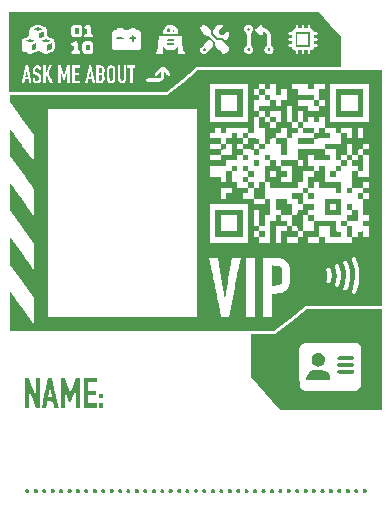
<source format=gto>
%TF.GenerationSoftware,KiCad,Pcbnew,8.99.0-2433-g53022ab347*%
%TF.CreationDate,2024-09-29T16:09:49+02:00*%
%TF.ProjectId,BadgeTagNFC,42616467-6554-4616-974e-46432e6b6963,1.0*%
%TF.SameCoordinates,PX5058d90PY47868c0*%
%TF.FileFunction,Legend,Top*%
%TF.FilePolarity,Positive*%
%FSLAX46Y46*%
G04 Gerber Fmt 4.6, Leading zero omitted, Abs format (unit mm)*
G04 Created by KiCad (PCBNEW 8.99.0-2433-g53022ab347) date 2024-09-29 16:09:49*
%MOMM*%
%LPD*%
G01*
G04 APERTURE LIST*
%ADD10C,0.000000*%
G04 APERTURE END LIST*
D10*
%TO.C,G\u002A\u002A\u002A*%
G36*
X5642744Y-9380849D02*
G01*
X5796330Y-9387073D01*
X5802343Y-9614804D01*
X5808356Y-9842536D01*
X5648757Y-9842536D01*
X5489158Y-9842536D01*
X5489158Y-9608580D01*
X5489158Y-9374625D01*
X5642744Y-9380849D01*
G37*
G36*
X6739033Y-11028858D02*
G01*
X6739033Y-11261885D01*
X6580150Y-11261885D01*
X6421268Y-11261885D01*
X6421268Y-11028858D01*
X6421268Y-10795830D01*
X6580150Y-10795830D01*
X6739033Y-10795830D01*
X6739033Y-11028858D01*
G37*
G36*
X7882986Y-40528024D02*
G01*
X7882986Y-40708090D01*
X7702919Y-40708090D01*
X7522852Y-40708090D01*
X7522852Y-40528024D01*
X7522852Y-40347957D01*
X7702919Y-40347957D01*
X7882986Y-40347957D01*
X7882986Y-40528024D01*
G37*
G36*
X7882986Y-41333028D02*
G01*
X7882986Y-41513095D01*
X7702919Y-41513095D01*
X7522852Y-41513095D01*
X7522852Y-41333028D01*
X7522852Y-41152961D01*
X7702919Y-41152961D01*
X7882986Y-41152961D01*
X7882986Y-41333028D01*
G37*
G36*
X19237782Y-21282069D02*
G01*
X19237782Y-21515096D01*
X19004754Y-21515096D01*
X18771727Y-21515096D01*
X18771727Y-21282069D01*
X18771727Y-21049041D01*
X19004754Y-21049041D01*
X19237782Y-21049041D01*
X19237782Y-21282069D01*
G37*
G36*
X20169892Y-20349959D02*
G01*
X20169892Y-20582986D01*
X19936864Y-20582986D01*
X19703837Y-20582986D01*
X19703837Y-20349959D01*
X19703837Y-20116931D01*
X19936864Y-20116931D01*
X20169892Y-20116931D01*
X20169892Y-20349959D01*
G37*
G36*
X20169892Y-21282069D02*
G01*
X20169892Y-21515096D01*
X19936864Y-21515096D01*
X19703837Y-21515096D01*
X19703837Y-21282069D01*
X19703837Y-21049041D01*
X19936864Y-21049041D01*
X20169892Y-21049041D01*
X20169892Y-21282069D01*
G37*
G36*
X21102002Y-20816014D02*
G01*
X21102002Y-21049041D01*
X20868974Y-21049041D01*
X20635947Y-21049041D01*
X20635947Y-20816014D01*
X20635947Y-20582986D01*
X20868974Y-20582986D01*
X21102002Y-20582986D01*
X21102002Y-20816014D01*
G37*
G36*
X21546872Y-26832361D02*
G01*
X21546872Y-27065388D01*
X21324437Y-27065388D01*
X21102002Y-27065388D01*
X21102002Y-26832361D01*
X21102002Y-26599333D01*
X21324437Y-26599333D01*
X21546872Y-26599333D01*
X21546872Y-26832361D01*
G37*
G36*
X22012928Y-15244537D02*
G01*
X22012928Y-15477565D01*
X21779900Y-15477565D01*
X21546872Y-15477565D01*
X21546872Y-15244537D01*
X21546872Y-15011510D01*
X21779900Y-15011510D01*
X22012928Y-15011510D01*
X22012928Y-15244537D01*
G37*
G36*
X22012928Y-20349959D02*
G01*
X22012928Y-20582986D01*
X21779900Y-20582986D01*
X21546872Y-20582986D01*
X21546872Y-20349959D01*
X21546872Y-20116931D01*
X21779900Y-20116931D01*
X22012928Y-20116931D01*
X22012928Y-20349959D01*
G37*
G36*
X22478983Y-17108758D02*
G01*
X22478983Y-17341785D01*
X22245955Y-17341785D01*
X22012928Y-17341785D01*
X22012928Y-17108758D01*
X22012928Y-16875730D01*
X22245955Y-16875730D01*
X22478983Y-16875730D01*
X22478983Y-17108758D01*
G37*
G36*
X24809258Y-17574813D02*
G01*
X24809258Y-17807840D01*
X24576230Y-17807840D01*
X24343203Y-17807840D01*
X24343203Y-17574813D01*
X24343203Y-17341785D01*
X24576230Y-17341785D01*
X24809258Y-17341785D01*
X24809258Y-17574813D01*
G37*
G36*
X25720184Y-23591160D02*
G01*
X25720184Y-23824187D01*
X25487156Y-23824187D01*
X25254129Y-23824187D01*
X25254129Y-23591160D01*
X25254129Y-23358132D01*
X25487156Y-23358132D01*
X25720184Y-23358132D01*
X25720184Y-23591160D01*
G37*
G36*
X26186239Y-15710592D02*
G01*
X26186239Y-15943620D01*
X25953211Y-15943620D01*
X25720184Y-15943620D01*
X25720184Y-15710592D01*
X25720184Y-15477565D01*
X25953211Y-15477565D01*
X26186239Y-15477565D01*
X26186239Y-15710592D01*
G37*
G36*
X28961385Y-23125105D02*
G01*
X28961385Y-23358132D01*
X28738949Y-23358132D01*
X28516514Y-23358132D01*
X28516514Y-23125105D01*
X28516514Y-22892077D01*
X28738949Y-22892077D01*
X28961385Y-22892077D01*
X28961385Y-23125105D01*
G37*
G36*
X28961385Y-24523270D02*
G01*
X28961385Y-24756297D01*
X28738949Y-24756297D01*
X28516514Y-24756297D01*
X28516514Y-24523270D01*
X28516514Y-24290242D01*
X28738949Y-24290242D01*
X28961385Y-24290242D01*
X28961385Y-24523270D01*
G37*
G36*
X28961385Y-26599333D02*
G01*
X28961385Y-27065388D01*
X28738949Y-27065388D01*
X28516514Y-27065388D01*
X28516514Y-26599333D01*
X28516514Y-26133278D01*
X28738949Y-26133278D01*
X28961385Y-26133278D01*
X28961385Y-26599333D01*
G37*
G36*
X29893495Y-23591160D02*
G01*
X29893495Y-23824187D01*
X29660467Y-23824187D01*
X29427440Y-23824187D01*
X29427440Y-23591160D01*
X29427440Y-23358132D01*
X29660467Y-23358132D01*
X29893495Y-23358132D01*
X29893495Y-23591160D01*
G37*
G36*
X13864110Y-9570774D02*
G01*
X13891836Y-9605374D01*
X13887953Y-9648234D01*
X13879622Y-9660693D01*
X13838358Y-9688507D01*
X13793054Y-9691233D01*
X13761334Y-9668433D01*
X13759178Y-9663706D01*
X13751964Y-9606607D01*
X13775095Y-9567696D01*
X13812577Y-9556547D01*
X13864110Y-9570774D01*
G37*
G36*
X7622642Y-12729341D02*
G01*
X7708157Y-12749472D01*
X7762644Y-12790799D01*
X7791006Y-12859440D01*
X7798249Y-12948386D01*
X7788629Y-13043777D01*
X7756874Y-13105514D01*
X7698639Y-13138397D01*
X7618182Y-13147290D01*
X7522852Y-13147290D01*
X7522852Y-12932691D01*
X7522852Y-12718093D01*
X7622642Y-12729341D01*
G37*
G36*
X23411093Y-19417848D02*
G01*
X23411093Y-20116931D01*
X23178065Y-20116931D01*
X22945038Y-20116931D01*
X22945038Y-19650876D01*
X22945038Y-19184821D01*
X22712010Y-19184821D01*
X22478983Y-19184821D01*
X22478983Y-18951793D01*
X22478983Y-18718766D01*
X22945038Y-18718766D01*
X23411093Y-18718766D01*
X23411093Y-19417848D01*
G37*
G36*
X20219831Y-11075378D02*
G01*
X20273795Y-11091530D01*
X20303778Y-11134096D01*
X20306394Y-11141193D01*
X20311663Y-11205790D01*
X20286157Y-11257442D01*
X20239377Y-11287425D01*
X20180825Y-11287013D01*
X20158061Y-11277400D01*
X20104661Y-11230740D01*
X20086160Y-11176499D01*
X20099309Y-11125307D01*
X20140858Y-11087790D01*
X20207557Y-11074578D01*
X20219831Y-11075378D01*
G37*
G36*
X20270744Y-9372399D02*
G01*
X20307053Y-9415085D01*
X20318199Y-9470424D01*
X20300430Y-9525483D01*
X20271100Y-9555346D01*
X20232304Y-9580082D01*
X20204559Y-9584146D01*
X20169892Y-9573622D01*
X20113858Y-9536772D01*
X20089376Y-9485566D01*
X20094224Y-9431235D01*
X20126186Y-9385011D01*
X20183041Y-9358123D01*
X20213028Y-9355296D01*
X20270744Y-9372399D01*
G37*
G36*
X21972092Y-11080425D02*
G01*
X22012807Y-11116464D01*
X22016782Y-11124187D01*
X22028437Y-11189779D01*
X22007948Y-11246285D01*
X21963400Y-11283606D01*
X21902880Y-11291641D01*
X21885822Y-11287777D01*
X21836692Y-11254505D01*
X21805231Y-11200642D01*
X21801084Y-11174612D01*
X21818430Y-11121539D01*
X21861589Y-11086076D01*
X21917248Y-11071333D01*
X21972092Y-11080425D01*
G37*
G36*
X13525054Y-9421540D02*
G01*
X13542501Y-9438850D01*
X13575029Y-9504411D01*
X13574582Y-9569627D01*
X13548171Y-9627555D01*
X13502809Y-9671251D01*
X13445508Y-9693773D01*
X13383280Y-9688177D01*
X13327356Y-9651877D01*
X13292923Y-9591755D01*
X13286298Y-9519842D01*
X13307462Y-9453779D01*
X13327630Y-9429194D01*
X13390972Y-9396067D01*
X13462249Y-9393761D01*
X13525054Y-9421540D01*
G37*
G36*
X16540235Y-11097118D02*
G01*
X16554682Y-11109967D01*
X16586637Y-11166288D01*
X16576480Y-11218051D01*
X16552669Y-11244787D01*
X16503283Y-11282042D01*
X16465755Y-11291853D01*
X16423425Y-11278114D01*
X16419084Y-11275991D01*
X16377027Y-11234888D01*
X16358751Y-11176035D01*
X16368520Y-11117963D01*
X16378962Y-11101722D01*
X16424489Y-11075978D01*
X16484665Y-11074745D01*
X16540235Y-11097118D01*
G37*
G36*
X2256983Y-48395548D02*
G01*
X2318583Y-48446600D01*
X2350888Y-48522246D01*
X2353878Y-48556881D01*
X2335145Y-48640052D01*
X2284093Y-48701652D01*
X2208446Y-48733957D01*
X2173812Y-48736948D01*
X2092989Y-48719660D01*
X2045743Y-48684950D01*
X2001878Y-48615839D01*
X1993040Y-48540781D01*
X2015036Y-48469860D01*
X2063673Y-48413162D01*
X2134762Y-48380773D01*
X2173812Y-48376814D01*
X2256983Y-48395548D01*
G37*
G36*
X2966044Y-48395674D02*
G01*
X3020730Y-48447674D01*
X3049794Y-48525941D01*
X3052961Y-48566637D01*
X3035442Y-48645707D01*
X2989590Y-48702708D01*
X2925466Y-48733491D01*
X2853127Y-48733910D01*
X2782633Y-48699817D01*
X2766010Y-48684950D01*
X2722532Y-48616269D01*
X2713637Y-48541326D01*
X2735174Y-48470313D01*
X2782989Y-48413419D01*
X2852929Y-48380834D01*
X2891578Y-48376814D01*
X2966044Y-48395674D01*
G37*
G36*
X4396599Y-48395548D02*
G01*
X4458199Y-48446600D01*
X4490504Y-48522246D01*
X4493495Y-48556881D01*
X4474761Y-48640052D01*
X4423709Y-48701652D01*
X4348062Y-48733957D01*
X4313428Y-48736948D01*
X4232606Y-48719660D01*
X4185359Y-48684950D01*
X4141495Y-48615839D01*
X4132656Y-48540781D01*
X4154652Y-48469860D01*
X4203290Y-48413162D01*
X4274378Y-48380773D01*
X4313428Y-48376814D01*
X4396599Y-48395548D01*
G37*
G36*
X5107914Y-48391252D02*
G01*
X5161812Y-48432868D01*
X5204873Y-48505041D01*
X5212581Y-48581040D01*
X5189042Y-48651125D01*
X5138358Y-48705554D01*
X5064635Y-48734588D01*
X5033695Y-48736948D01*
X4952872Y-48719660D01*
X4905626Y-48684950D01*
X4861756Y-48615836D01*
X4852916Y-48540780D01*
X4874914Y-48469864D01*
X4923559Y-48413170D01*
X4994659Y-48380778D01*
X5033743Y-48376814D01*
X5107914Y-48391252D01*
G37*
G36*
X6536216Y-48395548D02*
G01*
X6597815Y-48446600D01*
X6630120Y-48522246D01*
X6633111Y-48556881D01*
X6614377Y-48640052D01*
X6563326Y-48701652D01*
X6487679Y-48733957D01*
X6453044Y-48736948D01*
X6372222Y-48719660D01*
X6324975Y-48684950D01*
X6281111Y-48615839D01*
X6272273Y-48540781D01*
X6294268Y-48469860D01*
X6342906Y-48413162D01*
X6413994Y-48380773D01*
X6453044Y-48376814D01*
X6536216Y-48395548D01*
G37*
G36*
X7247530Y-48391252D02*
G01*
X7301429Y-48432868D01*
X7344489Y-48505041D01*
X7352197Y-48581040D01*
X7328658Y-48651125D01*
X7277975Y-48705554D01*
X7204252Y-48734588D01*
X7173311Y-48736948D01*
X7092489Y-48719660D01*
X7045242Y-48684950D01*
X7001372Y-48615836D01*
X6992532Y-48540780D01*
X7014531Y-48469864D01*
X7063176Y-48413170D01*
X7134276Y-48380778D01*
X7173360Y-48376814D01*
X7247530Y-48391252D01*
G37*
G36*
X7697332Y-13345390D02*
G01*
X7750319Y-13371784D01*
X7781686Y-13423235D01*
X7795971Y-13505848D01*
X7798249Y-13580031D01*
X7796968Y-13662535D01*
X7790947Y-13714485D01*
X7776916Y-13747672D01*
X7751604Y-13773885D01*
X7742431Y-13781282D01*
X7667345Y-13817011D01*
X7604733Y-13825188D01*
X7522852Y-13825188D01*
X7522852Y-13581568D01*
X7522852Y-13337949D01*
X7618182Y-13337949D01*
X7697332Y-13345390D01*
G37*
G36*
X7965543Y-48395674D02*
G01*
X8020229Y-48447674D01*
X8049294Y-48525941D01*
X8052460Y-48566637D01*
X8034941Y-48645707D01*
X7989090Y-48702708D01*
X7924965Y-48733491D01*
X7852626Y-48733910D01*
X7782132Y-48699817D01*
X7765509Y-48684950D01*
X7722031Y-48616269D01*
X7713137Y-48541326D01*
X7734673Y-48470313D01*
X7782488Y-48413419D01*
X7852429Y-48380834D01*
X7891078Y-48376814D01*
X7965543Y-48395674D01*
G37*
G36*
X8670409Y-48392611D02*
G01*
X8727225Y-48435760D01*
X8764059Y-48500302D01*
X8772727Y-48556881D01*
X8755585Y-48634825D01*
X8710772Y-48693848D01*
X8648213Y-48729512D01*
X8577830Y-48737376D01*
X8509548Y-48713001D01*
X8479840Y-48687918D01*
X8442038Y-48619262D01*
X8435754Y-48537387D01*
X8461114Y-48457532D01*
X8477684Y-48432632D01*
X8535877Y-48386936D01*
X8603372Y-48374966D01*
X8670409Y-48392611D01*
G37*
G36*
X9396099Y-48395548D02*
G01*
X9457699Y-48446600D01*
X9490003Y-48522246D01*
X9492994Y-48556881D01*
X9474261Y-48640052D01*
X9423209Y-48701652D01*
X9347562Y-48733957D01*
X9312928Y-48736948D01*
X9232105Y-48719660D01*
X9184859Y-48684950D01*
X9140994Y-48615839D01*
X9132156Y-48540781D01*
X9154152Y-48469860D01*
X9202789Y-48413162D01*
X9273878Y-48380773D01*
X9312928Y-48376814D01*
X9396099Y-48395548D01*
G37*
G36*
X10105160Y-48395674D02*
G01*
X10159846Y-48447674D01*
X10188910Y-48525941D01*
X10192077Y-48566637D01*
X10174558Y-48645707D01*
X10128706Y-48702708D01*
X10064581Y-48733491D01*
X9992243Y-48733910D01*
X9921749Y-48699817D01*
X9905126Y-48684950D01*
X9861648Y-48616269D01*
X9852753Y-48541326D01*
X9874290Y-48470313D01*
X9922105Y-48413419D01*
X9992045Y-48380834D01*
X10030694Y-48376814D01*
X10105160Y-48395674D01*
G37*
G36*
X11535715Y-48395548D02*
G01*
X11597315Y-48446600D01*
X11629620Y-48522246D01*
X11632611Y-48556881D01*
X11613877Y-48640052D01*
X11562825Y-48701652D01*
X11487178Y-48733957D01*
X11452544Y-48736948D01*
X11371722Y-48719660D01*
X11324475Y-48684950D01*
X11280611Y-48615839D01*
X11271772Y-48540781D01*
X11293768Y-48469860D01*
X11342406Y-48413162D01*
X11413494Y-48380773D01*
X11452544Y-48376814D01*
X11535715Y-48395548D01*
G37*
G36*
X12247029Y-48391252D02*
G01*
X12300928Y-48432868D01*
X12343989Y-48505041D01*
X12351697Y-48581040D01*
X12328157Y-48651125D01*
X12277474Y-48705554D01*
X12203751Y-48734588D01*
X12172811Y-48736948D01*
X12091988Y-48719660D01*
X12044742Y-48684950D01*
X12000872Y-48615836D01*
X11992032Y-48540780D01*
X12014030Y-48469864D01*
X12062675Y-48413170D01*
X12133775Y-48380778D01*
X12172859Y-48376814D01*
X12247029Y-48391252D01*
G37*
G36*
X13675332Y-48395548D02*
G01*
X13736931Y-48446600D01*
X13769236Y-48522246D01*
X13772227Y-48556881D01*
X13753493Y-48640052D01*
X13702442Y-48701652D01*
X13626795Y-48733957D01*
X13592160Y-48736948D01*
X13511338Y-48719660D01*
X13464091Y-48684950D01*
X13420227Y-48615839D01*
X13411389Y-48540781D01*
X13433384Y-48469860D01*
X13482022Y-48413162D01*
X13553110Y-48380773D01*
X13592160Y-48376814D01*
X13675332Y-48395548D01*
G37*
G36*
X14386646Y-48391252D02*
G01*
X14440545Y-48432868D01*
X14483605Y-48505041D01*
X14491313Y-48581040D01*
X14467774Y-48651125D01*
X14417090Y-48705554D01*
X14343368Y-48734588D01*
X14312427Y-48736948D01*
X14231605Y-48719660D01*
X14184358Y-48684950D01*
X14140488Y-48615836D01*
X14131648Y-48540780D01*
X14153647Y-48469864D01*
X14202292Y-48413170D01*
X14273391Y-48380778D01*
X14312476Y-48376814D01*
X14386646Y-48391252D01*
G37*
G36*
X15104659Y-48395674D02*
G01*
X15159345Y-48447674D01*
X15188410Y-48525941D01*
X15191576Y-48566637D01*
X15174057Y-48645707D01*
X15128206Y-48702708D01*
X15064081Y-48733491D01*
X14991742Y-48733910D01*
X14921248Y-48699817D01*
X14904625Y-48684950D01*
X14861147Y-48616269D01*
X14852253Y-48541326D01*
X14873789Y-48470313D01*
X14921604Y-48413419D01*
X14991545Y-48380834D01*
X15030194Y-48376814D01*
X15104659Y-48395674D01*
G37*
G36*
X15809525Y-48392611D02*
G01*
X15866341Y-48435760D01*
X15903175Y-48500302D01*
X15911843Y-48556881D01*
X15894701Y-48634825D01*
X15849888Y-48693848D01*
X15787329Y-48729512D01*
X15716946Y-48737376D01*
X15648664Y-48713001D01*
X15618956Y-48687918D01*
X15581154Y-48619262D01*
X15574869Y-48537387D01*
X15600230Y-48457532D01*
X15616800Y-48432632D01*
X15674993Y-48386936D01*
X15742488Y-48374966D01*
X15809525Y-48392611D01*
G37*
G36*
X16535215Y-48395548D02*
G01*
X16596815Y-48446600D01*
X16629119Y-48522246D01*
X16632110Y-48556881D01*
X16613377Y-48640052D01*
X16562325Y-48701652D01*
X16486678Y-48733957D01*
X16452043Y-48736948D01*
X16371221Y-48719660D01*
X16323975Y-48684950D01*
X16280110Y-48615839D01*
X16271272Y-48540781D01*
X16293267Y-48469860D01*
X16341905Y-48413162D01*
X16412994Y-48380773D01*
X16452043Y-48376814D01*
X16535215Y-48395548D01*
G37*
G36*
X17244276Y-48395674D02*
G01*
X17298962Y-48447674D01*
X17328026Y-48525941D01*
X17331193Y-48566637D01*
X17313674Y-48645707D01*
X17267822Y-48702708D01*
X17203697Y-48733491D01*
X17131359Y-48733910D01*
X17060865Y-48699817D01*
X17044242Y-48684950D01*
X17000764Y-48616269D01*
X16991869Y-48541326D01*
X17013406Y-48470313D01*
X17061221Y-48413419D01*
X17131161Y-48380834D01*
X17169810Y-48376814D01*
X17244276Y-48395674D01*
G37*
G36*
X18674831Y-48395548D02*
G01*
X18736431Y-48446600D01*
X18768736Y-48522246D01*
X18771727Y-48556881D01*
X18752993Y-48640052D01*
X18701941Y-48701652D01*
X18626294Y-48733957D01*
X18591660Y-48736948D01*
X18510837Y-48719660D01*
X18463591Y-48684950D01*
X18419727Y-48615839D01*
X18410888Y-48540781D01*
X18432884Y-48469860D01*
X18481522Y-48413162D01*
X18552610Y-48380773D01*
X18591660Y-48376814D01*
X18674831Y-48395548D01*
G37*
G36*
X19386145Y-48391252D02*
G01*
X19440044Y-48432868D01*
X19483105Y-48505041D01*
X19490813Y-48581040D01*
X19467273Y-48651125D01*
X19416590Y-48705554D01*
X19342867Y-48734588D01*
X19311927Y-48736948D01*
X19231104Y-48719660D01*
X19183858Y-48684950D01*
X19139988Y-48615836D01*
X19131148Y-48540780D01*
X19153146Y-48469864D01*
X19201791Y-48413170D01*
X19272891Y-48380778D01*
X19311975Y-48376814D01*
X19386145Y-48391252D01*
G37*
G36*
X20814448Y-48395548D02*
G01*
X20876047Y-48446600D01*
X20908352Y-48522246D01*
X20911343Y-48556881D01*
X20892609Y-48640052D01*
X20841558Y-48701652D01*
X20765911Y-48733957D01*
X20731276Y-48736948D01*
X20650454Y-48719660D01*
X20603207Y-48684950D01*
X20559343Y-48615839D01*
X20550505Y-48540781D01*
X20572500Y-48469860D01*
X20621138Y-48413162D01*
X20692226Y-48380773D01*
X20731276Y-48376814D01*
X20814448Y-48395548D01*
G37*
G36*
X21525762Y-48391252D02*
G01*
X21579661Y-48432868D01*
X21622721Y-48505041D01*
X21630429Y-48581040D01*
X21606890Y-48651125D01*
X21556206Y-48705554D01*
X21482483Y-48734588D01*
X21451543Y-48736948D01*
X21370721Y-48719660D01*
X21323474Y-48684950D01*
X21279604Y-48615836D01*
X21270764Y-48540780D01*
X21292763Y-48469864D01*
X21341408Y-48413170D01*
X21412507Y-48380778D01*
X21451592Y-48376814D01*
X21525762Y-48391252D01*
G37*
G36*
X22243775Y-48395674D02*
G01*
X22298461Y-48447674D01*
X22327526Y-48525941D01*
X22330692Y-48566637D01*
X22313173Y-48645707D01*
X22267322Y-48702708D01*
X22203197Y-48733491D01*
X22130858Y-48733910D01*
X22060364Y-48699817D01*
X22043741Y-48684950D01*
X22000263Y-48616269D01*
X21991369Y-48541326D01*
X22012905Y-48470313D01*
X22060720Y-48413419D01*
X22130661Y-48380834D01*
X22169309Y-48376814D01*
X22243775Y-48395674D01*
G37*
G36*
X22948641Y-48392611D02*
G01*
X23005457Y-48435760D01*
X23042291Y-48500302D01*
X23050959Y-48556881D01*
X23033816Y-48634825D01*
X22989004Y-48693848D01*
X22926444Y-48729512D01*
X22856062Y-48737376D01*
X22787780Y-48713001D01*
X22758071Y-48687918D01*
X22720270Y-48619262D01*
X22713985Y-48537387D01*
X22739346Y-48457532D01*
X22755916Y-48432632D01*
X22814109Y-48386936D01*
X22881604Y-48374966D01*
X22948641Y-48392611D01*
G37*
G36*
X23411093Y-24057215D02*
G01*
X23411093Y-24290242D01*
X23644120Y-24290242D01*
X23877148Y-24290242D01*
X23877148Y-24756297D01*
X23877148Y-25222352D01*
X23411093Y-25222352D01*
X22945038Y-25222352D01*
X22945038Y-24989325D01*
X22945038Y-24756297D01*
X22712010Y-24756297D01*
X22478983Y-24756297D01*
X22478983Y-24290242D01*
X22478983Y-23824187D01*
X22945038Y-23824187D01*
X23411093Y-23824187D01*
X23411093Y-24057215D01*
G37*
G36*
X23671982Y-48394102D02*
G01*
X23719228Y-48428812D01*
X23762657Y-48497532D01*
X23771226Y-48556881D01*
X23753939Y-48637703D01*
X23719228Y-48684950D01*
X23650508Y-48728379D01*
X23591159Y-48736948D01*
X23510337Y-48719660D01*
X23463091Y-48684950D01*
X23419662Y-48616230D01*
X23411093Y-48556881D01*
X23428380Y-48476059D01*
X23463091Y-48428812D01*
X23531810Y-48385383D01*
X23591159Y-48376814D01*
X23671982Y-48394102D01*
G37*
G36*
X24383391Y-48395674D02*
G01*
X24438077Y-48447674D01*
X24467142Y-48525941D01*
X24470309Y-48566637D01*
X24452790Y-48645707D01*
X24406938Y-48702708D01*
X24342813Y-48733491D01*
X24270474Y-48733910D01*
X24199981Y-48699817D01*
X24183357Y-48684950D01*
X24139879Y-48616269D01*
X24130985Y-48541326D01*
X24152522Y-48470313D01*
X24200336Y-48413419D01*
X24270277Y-48380834D01*
X24308926Y-48376814D01*
X24383391Y-48395674D01*
G37*
G36*
X25811598Y-48394102D02*
G01*
X25858845Y-48428812D01*
X25902274Y-48497532D01*
X25910842Y-48556881D01*
X25893555Y-48637703D01*
X25858845Y-48684950D01*
X25790125Y-48728379D01*
X25730776Y-48736948D01*
X25649953Y-48719660D01*
X25602707Y-48684950D01*
X25559278Y-48616230D01*
X25550709Y-48556881D01*
X25567996Y-48476059D01*
X25602707Y-48428812D01*
X25671427Y-48385383D01*
X25730776Y-48376814D01*
X25811598Y-48394102D01*
G37*
G36*
X26525261Y-48391252D02*
G01*
X26579160Y-48432868D01*
X26622221Y-48505041D01*
X26629929Y-48581040D01*
X26606389Y-48651125D01*
X26555706Y-48705554D01*
X26481983Y-48734588D01*
X26451043Y-48736948D01*
X26370220Y-48719660D01*
X26322974Y-48684950D01*
X26279104Y-48615836D01*
X26270264Y-48540780D01*
X26292262Y-48469864D01*
X26340907Y-48413170D01*
X26412007Y-48380778D01*
X26451091Y-48376814D01*
X26525261Y-48391252D01*
G37*
G36*
X27951214Y-48394102D02*
G01*
X27998461Y-48428812D01*
X28041890Y-48497532D01*
X28050459Y-48556881D01*
X28033171Y-48637703D01*
X27998461Y-48684950D01*
X27929741Y-48728379D01*
X27870392Y-48736948D01*
X27789570Y-48719660D01*
X27742323Y-48684950D01*
X27698894Y-48616230D01*
X27690325Y-48556881D01*
X27707613Y-48476059D01*
X27742323Y-48428812D01*
X27811043Y-48385383D01*
X27870392Y-48376814D01*
X27951214Y-48394102D01*
G37*
G36*
X28664878Y-48391252D02*
G01*
X28718776Y-48432868D01*
X28761837Y-48505041D01*
X28769545Y-48581040D01*
X28746006Y-48651125D01*
X28695322Y-48705554D01*
X28621599Y-48734588D01*
X28590659Y-48736948D01*
X28509837Y-48719660D01*
X28462590Y-48684950D01*
X28418720Y-48615836D01*
X28409880Y-48540780D01*
X28431878Y-48469864D01*
X28480523Y-48413170D01*
X28551623Y-48380778D01*
X28590708Y-48376814D01*
X28664878Y-48391252D01*
G37*
G36*
X29382891Y-48395674D02*
G01*
X29437577Y-48447674D01*
X29466642Y-48525941D01*
X29469808Y-48566637D01*
X29452289Y-48645707D01*
X29406438Y-48702708D01*
X29342313Y-48733491D01*
X29269974Y-48733910D01*
X29199480Y-48699817D01*
X29182857Y-48684950D01*
X29139379Y-48616269D01*
X29130485Y-48541326D01*
X29152021Y-48470313D01*
X29199836Y-48413419D01*
X29269777Y-48380834D01*
X29308425Y-48376814D01*
X29382891Y-48395674D01*
G37*
G36*
X3535592Y-10885474D02*
G01*
X3529608Y-11122026D01*
X3349541Y-11201193D01*
X3269129Y-11235975D01*
X3203517Y-11263290D01*
X3162221Y-11279227D01*
X3153586Y-11281715D01*
X3147310Y-11262491D01*
X3142204Y-11209239D01*
X3138819Y-11130293D01*
X3137698Y-11041522D01*
X3137698Y-10799975D01*
X3195955Y-10779103D01*
X3245272Y-10760995D01*
X3318243Y-10733701D01*
X3397893Y-10703576D01*
X3541575Y-10648921D01*
X3535592Y-10885474D01*
G37*
G36*
X3683812Y-48395012D02*
G01*
X3740787Y-48446248D01*
X3770185Y-48525490D01*
X3773228Y-48566637D01*
X3755646Y-48643524D01*
X3709780Y-48700592D01*
X3645949Y-48733567D01*
X3574474Y-48738177D01*
X3505673Y-48710148D01*
X3480340Y-48687918D01*
X3442539Y-48619262D01*
X3436254Y-48537387D01*
X3461614Y-48457532D01*
X3478185Y-48432632D01*
X3523187Y-48391936D01*
X3582288Y-48377408D01*
X3603753Y-48376814D01*
X3683812Y-48395012D01*
G37*
G36*
X5823428Y-48395012D02*
G01*
X5880403Y-48446248D01*
X5909801Y-48525490D01*
X5912844Y-48566637D01*
X5895262Y-48643524D01*
X5849396Y-48700592D01*
X5785565Y-48733567D01*
X5714090Y-48738177D01*
X5645289Y-48710148D01*
X5619956Y-48687918D01*
X5582155Y-48619262D01*
X5575870Y-48537387D01*
X5601231Y-48457532D01*
X5617801Y-48432632D01*
X5662803Y-48391936D01*
X5721905Y-48377408D01*
X5743370Y-48376814D01*
X5823428Y-48395012D01*
G37*
G36*
X10822928Y-48395012D02*
G01*
X10879903Y-48446248D01*
X10909301Y-48525490D01*
X10912344Y-48566637D01*
X10894762Y-48643524D01*
X10848896Y-48700592D01*
X10785065Y-48733567D01*
X10713590Y-48738177D01*
X10644789Y-48710148D01*
X10619456Y-48687918D01*
X10581655Y-48619262D01*
X10575370Y-48537387D01*
X10600730Y-48457532D01*
X10617301Y-48432632D01*
X10662303Y-48391936D01*
X10721404Y-48377408D01*
X10742869Y-48376814D01*
X10822928Y-48395012D01*
G37*
G36*
X12962544Y-48395012D02*
G01*
X13019519Y-48446248D01*
X13048917Y-48525490D01*
X13051960Y-48566637D01*
X13034378Y-48643524D01*
X12988512Y-48700592D01*
X12924681Y-48733567D01*
X12853206Y-48738177D01*
X12784405Y-48710148D01*
X12759072Y-48687918D01*
X12721271Y-48619262D01*
X12714986Y-48537387D01*
X12740347Y-48457532D01*
X12756917Y-48432632D01*
X12801919Y-48391936D01*
X12861021Y-48377408D01*
X12882486Y-48376814D01*
X12962544Y-48395012D01*
G37*
G36*
X17962044Y-48395012D02*
G01*
X18019019Y-48446248D01*
X18048416Y-48525490D01*
X18051460Y-48566637D01*
X18033878Y-48643524D01*
X17988012Y-48700592D01*
X17924181Y-48733567D01*
X17852705Y-48738177D01*
X17783905Y-48710148D01*
X17758572Y-48687918D01*
X17720771Y-48619262D01*
X17714486Y-48537387D01*
X17739846Y-48457532D01*
X17756417Y-48432632D01*
X17801419Y-48391936D01*
X17860520Y-48377408D01*
X17881985Y-48376814D01*
X17962044Y-48395012D01*
G37*
G36*
X20101660Y-48395012D02*
G01*
X20158635Y-48446248D01*
X20188033Y-48525490D01*
X20191076Y-48566637D01*
X20173494Y-48643524D01*
X20127628Y-48700592D01*
X20063797Y-48733567D01*
X19992322Y-48738177D01*
X19923521Y-48710148D01*
X19898188Y-48687918D01*
X19860387Y-48619262D01*
X19854102Y-48537387D01*
X19879463Y-48457532D01*
X19896033Y-48432632D01*
X19941035Y-48391936D01*
X20000137Y-48377408D01*
X20021601Y-48376814D01*
X20101660Y-48395012D01*
G37*
G36*
X25101160Y-48395012D02*
G01*
X25158135Y-48446248D01*
X25187532Y-48525490D01*
X25190576Y-48566637D01*
X25172994Y-48643524D01*
X25127128Y-48700592D01*
X25063297Y-48733567D01*
X24991821Y-48738177D01*
X24923021Y-48710148D01*
X24897688Y-48687918D01*
X24859887Y-48619262D01*
X24853602Y-48537387D01*
X24878962Y-48457532D01*
X24895533Y-48432632D01*
X24940535Y-48391936D01*
X24999636Y-48377408D01*
X25021101Y-48376814D01*
X25101160Y-48395012D01*
G37*
G36*
X27240776Y-48395012D02*
G01*
X27297751Y-48446248D01*
X27327149Y-48525490D01*
X27330192Y-48566637D01*
X27312610Y-48643524D01*
X27266744Y-48700592D01*
X27202913Y-48733567D01*
X27131438Y-48738177D01*
X27062637Y-48710148D01*
X27037304Y-48687918D01*
X26999503Y-48619262D01*
X26993218Y-48537387D01*
X27018578Y-48457532D01*
X27035149Y-48432632D01*
X27080151Y-48391936D01*
X27139253Y-48377408D01*
X27160717Y-48376814D01*
X27240776Y-48395012D01*
G37*
G36*
X1547359Y-48407807D02*
G01*
X1599060Y-48444291D01*
X1625547Y-48493794D01*
X1633565Y-48569647D01*
X1633611Y-48578260D01*
X1614426Y-48649747D01*
X1562963Y-48704292D01*
X1488358Y-48733886D01*
X1452571Y-48736948D01*
X1392225Y-48725305D01*
X1339556Y-48684406D01*
X1326445Y-48669539D01*
X1285121Y-48593868D01*
X1285522Y-48517811D01*
X1327261Y-48445625D01*
X1348782Y-48424479D01*
X1413144Y-48384742D01*
X1480463Y-48382085D01*
X1547359Y-48407807D01*
G37*
G36*
X19703837Y-25910843D02*
G01*
X19703837Y-27065388D01*
X18538699Y-27065388D01*
X17373561Y-27065388D01*
X17373561Y-26599333D01*
X17839616Y-26599333D01*
X18538699Y-26599333D01*
X19237782Y-26599333D01*
X19237782Y-25910843D01*
X19237782Y-25222352D01*
X18538699Y-25222352D01*
X17839616Y-25222352D01*
X17839616Y-25910843D01*
X17839616Y-26599333D01*
X17373561Y-26599333D01*
X17373561Y-25910843D01*
X17373561Y-24756297D01*
X18538699Y-24756297D01*
X19703837Y-24756297D01*
X19703837Y-25910843D01*
G37*
G36*
X28050459Y-24523270D02*
G01*
X28050459Y-25222352D01*
X27351376Y-25222352D01*
X26652294Y-25222352D01*
X26652294Y-24756297D01*
X27118349Y-24756297D01*
X27351376Y-24756297D01*
X27584404Y-24756297D01*
X27584404Y-24523270D01*
X27584404Y-24290242D01*
X27351376Y-24290242D01*
X27118349Y-24290242D01*
X27118349Y-24523270D01*
X27118349Y-24756297D01*
X26652294Y-24756297D01*
X26652294Y-24523270D01*
X26652294Y-23824187D01*
X27351376Y-23824187D01*
X28050459Y-23824187D01*
X28050459Y-24523270D01*
G37*
G36*
X29893495Y-15710592D02*
G01*
X29893495Y-16875730D01*
X28738949Y-16875730D01*
X27584404Y-16875730D01*
X27584404Y-16409675D01*
X28050459Y-16409675D01*
X28738949Y-16409675D01*
X29427440Y-16409675D01*
X29427440Y-15710592D01*
X29427440Y-15011510D01*
X28738949Y-15011510D01*
X28050459Y-15011510D01*
X28050459Y-15710592D01*
X28050459Y-16409675D01*
X27584404Y-16409675D01*
X27584404Y-15710592D01*
X27584404Y-14545455D01*
X28738949Y-14545455D01*
X29893495Y-14545455D01*
X29893495Y-15710592D01*
G37*
G36*
X30103823Y-48407807D02*
G01*
X30155524Y-48444291D01*
X30182011Y-48493794D01*
X30190029Y-48569647D01*
X30190075Y-48578260D01*
X30170890Y-48649747D01*
X30119426Y-48704292D01*
X30044822Y-48733886D01*
X30009035Y-48736948D01*
X29948689Y-48725305D01*
X29896020Y-48684406D01*
X29882909Y-48669539D01*
X29841585Y-48593868D01*
X29841986Y-48517811D01*
X29883725Y-48445625D01*
X29905245Y-48424479D01*
X29969608Y-48384742D01*
X30036927Y-48382085D01*
X30103823Y-48407807D01*
G37*
G36*
X19703837Y-15710592D02*
G01*
X19703837Y-16875730D01*
X18538699Y-16875730D01*
X17373561Y-16875730D01*
X17373561Y-16409675D01*
X17839038Y-16409675D01*
X18538410Y-16409675D01*
X19237782Y-16409675D01*
X19237782Y-15710303D01*
X19237782Y-15010931D01*
X18543995Y-15016516D01*
X17850209Y-15022102D01*
X17844623Y-15715889D01*
X17839038Y-16409675D01*
X17373561Y-16409675D01*
X17373561Y-15710592D01*
X17373561Y-14545455D01*
X18538699Y-14545455D01*
X19703837Y-14545455D01*
X19703837Y-15710592D01*
G37*
G36*
X2213029Y-10657094D02*
G01*
X2220395Y-10684209D01*
X2223633Y-10740047D01*
X2223270Y-10830225D01*
X2222194Y-10878788D01*
X2216180Y-11115120D01*
X2026550Y-11199095D01*
X1945337Y-11234791D01*
X1880132Y-11262947D01*
X1839578Y-11279857D01*
X1830595Y-11283070D01*
X1828097Y-11263284D01*
X1826065Y-11209520D01*
X1824717Y-11130168D01*
X1824270Y-11040990D01*
X1824270Y-10798910D01*
X1999041Y-10731315D01*
X2080805Y-10699680D01*
X2149006Y-10673270D01*
X2192809Y-10656281D01*
X2201010Y-10653089D01*
X2213029Y-10657094D01*
G37*
G36*
X2874023Y-9692740D02*
G01*
X2878446Y-9745843D01*
X2879917Y-9823474D01*
X2878931Y-9887611D01*
X2872894Y-10102161D01*
X2714012Y-10163201D01*
X2634024Y-10193634D01*
X2565897Y-10219019D01*
X2522156Y-10234702D01*
X2517297Y-10236308D01*
X2500386Y-10238559D01*
X2489802Y-10227569D01*
X2484458Y-10196285D01*
X2483263Y-10137654D01*
X2485131Y-10044620D01*
X2485521Y-10030378D01*
X2491576Y-9812381D01*
X2670443Y-9742721D01*
X2751526Y-9711866D01*
X2817736Y-9688015D01*
X2859133Y-9674688D01*
X2867139Y-9673061D01*
X2874023Y-9692740D01*
G37*
G36*
X21546898Y-22897373D02*
G01*
X21547307Y-23051999D01*
X21547598Y-23208436D01*
X21547760Y-23356109D01*
X21547782Y-23484445D01*
X21547654Y-23582870D01*
X21547614Y-23596456D01*
X21546872Y-23824187D01*
X21091410Y-23824187D01*
X20635947Y-23824187D01*
X20634744Y-23596456D01*
X20634453Y-23470579D01*
X20634689Y-23325989D01*
X20635397Y-23186338D01*
X20635864Y-23130401D01*
X20638187Y-22892077D01*
X20869691Y-22892077D01*
X21102002Y-22892077D01*
X21102002Y-22659049D01*
X21102002Y-22426022D01*
X21324437Y-22426022D01*
X21545440Y-22426022D01*
X21546898Y-22897373D01*
G37*
G36*
X1408552Y-13011798D02*
G01*
X1422295Y-13054586D01*
X1439487Y-13120772D01*
X1458109Y-13201205D01*
X1476142Y-13286734D01*
X1491565Y-13368208D01*
X1502359Y-13436474D01*
X1506504Y-13482382D01*
X1506506Y-13482917D01*
X1486525Y-13498655D01*
X1430422Y-13506672D01*
X1399156Y-13507423D01*
X1335979Y-13505448D01*
X1306108Y-13497223D01*
X1300574Y-13479305D01*
X1302655Y-13470351D01*
X1310940Y-13434049D01*
X1324187Y-13367342D01*
X1340185Y-13281581D01*
X1349069Y-13232027D01*
X1366044Y-13141871D01*
X1382270Y-13065893D01*
X1395336Y-13014941D01*
X1400278Y-13001561D01*
X1408552Y-13011798D01*
G37*
G36*
X6789369Y-13011798D02*
G01*
X6803112Y-13054586D01*
X6820305Y-13120772D01*
X6838927Y-13201205D01*
X6856959Y-13286734D01*
X6872382Y-13368208D01*
X6883176Y-13436474D01*
X6887322Y-13482382D01*
X6887323Y-13482917D01*
X6867342Y-13498655D01*
X6811239Y-13506672D01*
X6779974Y-13507423D01*
X6716796Y-13505448D01*
X6686926Y-13497223D01*
X6681392Y-13479305D01*
X6683473Y-13470351D01*
X6691757Y-13434049D01*
X6705004Y-13367342D01*
X6721002Y-13281581D01*
X6729887Y-13232027D01*
X6746862Y-13141871D01*
X6763088Y-13065893D01*
X6776154Y-13014941D01*
X6781095Y-13001561D01*
X6789369Y-13011798D01*
G37*
G36*
X7332194Y-39161123D02*
G01*
X7332194Y-39330085D01*
X6977356Y-39335893D01*
X6622519Y-39341702D01*
X6616723Y-39707131D01*
X6610926Y-40072561D01*
X6929191Y-40072561D01*
X7247456Y-40072561D01*
X7247456Y-40241469D01*
X7247456Y-40410377D01*
X6934988Y-40416240D01*
X6622519Y-40422102D01*
X6622519Y-40782235D01*
X6622519Y-41142369D01*
X6977356Y-41148177D01*
X7332194Y-41153986D01*
X7332194Y-41333540D01*
X7332194Y-41513095D01*
X6791993Y-41513095D01*
X6251793Y-41513095D01*
X6251793Y-40252627D01*
X6251793Y-38992160D01*
X6791993Y-38992160D01*
X7332194Y-38992160D01*
X7332194Y-39161123D01*
G37*
G36*
X9433354Y-10161917D02*
G01*
X9520032Y-10167727D01*
X9576043Y-10179170D01*
X9607194Y-10197687D01*
X9619291Y-10224717D01*
X9620100Y-10237169D01*
X9606322Y-10272002D01*
X9586811Y-10296485D01*
X9548392Y-10313142D01*
X9478882Y-10324675D01*
X9389246Y-10331077D01*
X9290451Y-10332342D01*
X9193464Y-10328465D01*
X9109249Y-10319439D01*
X9048775Y-10305258D01*
X9031653Y-10296797D01*
X8992182Y-10260768D01*
X8990891Y-10227589D01*
X9017860Y-10193590D01*
X9040990Y-10178897D01*
X9080415Y-10169061D01*
X9143381Y-10163258D01*
X9237133Y-10160662D01*
X9310204Y-10160301D01*
X9433354Y-10161917D01*
G37*
G36*
X13713547Y-10627838D02*
G01*
X13798711Y-10633448D01*
X13853731Y-10644933D01*
X13884686Y-10664038D01*
X13897655Y-10692510D01*
X13899333Y-10714584D01*
X13882372Y-10753906D01*
X13858357Y-10773900D01*
X13817617Y-10784347D01*
X13747807Y-10791445D01*
X13659464Y-10795261D01*
X13563132Y-10795863D01*
X13469348Y-10793317D01*
X13388655Y-10787691D01*
X13331592Y-10779052D01*
X13310409Y-10770409D01*
X13287648Y-10728804D01*
X13284988Y-10711093D01*
X13290527Y-10677525D01*
X13311156Y-10653965D01*
X13352891Y-10638753D01*
X13421749Y-10630230D01*
X13523744Y-10626736D01*
X13592160Y-10626356D01*
X13713547Y-10627838D01*
G37*
G36*
X20631367Y-21742828D02*
G01*
X20625355Y-21970559D01*
X20397623Y-21976572D01*
X20169892Y-21982585D01*
X20169892Y-22203587D01*
X20169892Y-22424589D01*
X20397623Y-22430601D01*
X20625355Y-22436614D01*
X20631367Y-22664346D01*
X20637380Y-22892077D01*
X20404040Y-22892077D01*
X20169892Y-22892077D01*
X20169892Y-22659049D01*
X20169892Y-22426022D01*
X19936864Y-22426022D01*
X19703837Y-22426022D01*
X19703837Y-22203587D01*
X19703837Y-21981151D01*
X19936864Y-21981151D01*
X20169892Y-21981151D01*
X20169892Y-21748124D01*
X20169892Y-21515096D01*
X20403636Y-21515096D01*
X20637380Y-21515096D01*
X20631367Y-21742828D01*
G37*
G36*
X29432019Y-24973436D02*
G01*
X29433962Y-25091194D01*
X29434261Y-25229908D01*
X29432941Y-25368202D01*
X29431453Y-25439492D01*
X29424875Y-25688407D01*
X28970694Y-25688407D01*
X28516514Y-25688407D01*
X28516514Y-25910843D01*
X28516514Y-26133278D01*
X28283486Y-26133278D01*
X28050459Y-26133278D01*
X28050459Y-25910843D01*
X28050459Y-25688407D01*
X28283486Y-25688407D01*
X28516514Y-25688407D01*
X28516514Y-25455380D01*
X28516514Y-25222352D01*
X28738949Y-25222352D01*
X28961385Y-25222352D01*
X28961385Y-24989325D01*
X28961385Y-24756297D01*
X29193695Y-24756297D01*
X29426006Y-24756297D01*
X29432019Y-24973436D01*
G37*
G36*
X2565722Y-9376481D02*
G01*
X2647479Y-9406588D01*
X2711701Y-9431433D01*
X2749733Y-9447600D01*
X2756380Y-9451684D01*
X2738326Y-9460989D01*
X2691124Y-9481218D01*
X2625218Y-9508201D01*
X2551051Y-9537771D01*
X2479063Y-9565760D01*
X2419700Y-9587998D01*
X2385655Y-9599663D01*
X2357691Y-9595024D01*
X2300798Y-9577254D01*
X2225095Y-9549663D01*
X2187415Y-9534854D01*
X2108045Y-9502402D01*
X2044913Y-9475535D01*
X2007425Y-9458305D01*
X2001366Y-9454716D01*
X2015918Y-9444251D01*
X2062371Y-9423391D01*
X2132593Y-9395615D01*
X2183718Y-9376728D01*
X2375063Y-9307732D01*
X2565722Y-9376481D01*
G37*
G36*
X1895406Y-10357841D02*
G01*
X1975332Y-10388575D01*
X2037555Y-10415010D01*
X2073219Y-10433257D01*
X2078329Y-10438181D01*
X2060171Y-10450414D01*
X2012676Y-10472413D01*
X1946519Y-10500012D01*
X1872375Y-10529047D01*
X1800921Y-10555351D01*
X1742830Y-10574762D01*
X1708780Y-10583113D01*
X1706690Y-10583170D01*
X1679099Y-10575515D01*
X1622270Y-10555724D01*
X1546307Y-10527387D01*
X1508045Y-10512597D01*
X1432472Y-10480830D01*
X1377789Y-10453460D01*
X1351486Y-10434479D01*
X1351581Y-10429205D01*
X1380606Y-10415984D01*
X1438678Y-10392661D01*
X1514995Y-10363526D01*
X1543141Y-10353073D01*
X1712636Y-10290578D01*
X1895406Y-10357841D01*
G37*
G36*
X3206985Y-10353073D02*
G01*
X3287041Y-10383205D01*
X3352518Y-10408983D01*
X3392616Y-10426115D01*
X3398544Y-10429205D01*
X3389764Y-10441413D01*
X3350681Y-10463467D01*
X3291025Y-10491338D01*
X3220526Y-10521000D01*
X3148913Y-10548422D01*
X3085916Y-10569576D01*
X3041265Y-10580435D01*
X3031777Y-10581058D01*
X2998136Y-10573070D01*
X2936829Y-10552989D01*
X2859435Y-10524683D01*
X2835822Y-10515561D01*
X2760733Y-10484728D01*
X2703727Y-10458520D01*
X2674032Y-10441287D01*
X2671797Y-10438232D01*
X2690375Y-10425680D01*
X2740061Y-10402948D01*
X2812000Y-10373926D01*
X2854720Y-10357841D01*
X3037489Y-10290578D01*
X3206985Y-10353073D01*
G37*
G36*
X13781683Y-10332453D02*
G01*
X13833698Y-10335361D01*
X13864154Y-10342044D01*
X13879981Y-10353370D01*
X13888112Y-10370211D01*
X13888877Y-10372573D01*
X13895991Y-10412949D01*
X13884337Y-10441793D01*
X13848925Y-10460891D01*
X13784761Y-10472027D01*
X13686855Y-10476988D01*
X13594862Y-10477741D01*
X13492789Y-10476195D01*
X13404961Y-10472228D01*
X13340762Y-10466439D01*
X13309615Y-10459457D01*
X13290257Y-10426661D01*
X13288430Y-10390932D01*
X13292564Y-10370726D01*
X13302787Y-10356620D01*
X13325876Y-10347324D01*
X13368609Y-10341551D01*
X13437765Y-10338010D01*
X13540122Y-10335413D01*
X13585250Y-10334484D01*
X13701177Y-10332451D01*
X13781683Y-10332453D01*
G37*
G36*
X26297749Y-36917557D02*
G01*
X26425437Y-36984261D01*
X26503078Y-37048386D01*
X26594073Y-37164461D01*
X26650808Y-37297066D01*
X26673505Y-37438485D01*
X26662387Y-37581008D01*
X26617677Y-37716920D01*
X26539597Y-37838509D01*
X26478479Y-37899968D01*
X26358284Y-37977257D01*
X26219787Y-38024256D01*
X26074809Y-38038690D01*
X25935170Y-38018285D01*
X25908408Y-38009640D01*
X25771291Y-37939353D01*
X25660390Y-37838747D01*
X25579701Y-37713574D01*
X25533218Y-37569591D01*
X25523189Y-37454846D01*
X25542945Y-37305575D01*
X25596088Y-37175048D01*
X25676934Y-37065623D01*
X25779799Y-36979659D01*
X25898997Y-36919512D01*
X26028844Y-36887540D01*
X26163656Y-36886103D01*
X26297749Y-36917557D01*
G37*
G36*
X22441910Y-29483710D02*
G01*
X22562465Y-29487084D01*
X22649489Y-29491398D01*
X22711815Y-29498097D01*
X22758277Y-29508625D01*
X22797709Y-29524424D01*
X22838946Y-29546938D01*
X22842840Y-29549221D01*
X22911858Y-29598552D01*
X22963517Y-29660386D01*
X23001723Y-29729288D01*
X23061551Y-29851126D01*
X23061551Y-30327773D01*
X23061445Y-30481727D01*
X23060709Y-30599731D01*
X23058720Y-30688206D01*
X23054852Y-30753572D01*
X23048482Y-30802249D01*
X23038986Y-30840656D01*
X23025739Y-30875213D01*
X23008116Y-30912340D01*
X23003865Y-30920934D01*
X22952788Y-31008090D01*
X22893153Y-31073767D01*
X22818633Y-31120626D01*
X22722900Y-31151332D01*
X22599626Y-31168545D01*
X22442483Y-31174930D01*
X22399681Y-31175146D01*
X22140033Y-31175146D01*
X22140033Y-30325787D01*
X22140033Y-29476428D01*
X22441910Y-29483710D01*
G37*
G36*
X25720184Y-18030276D02*
G01*
X25720184Y-18252711D01*
X25953211Y-18252711D01*
X26186239Y-18252711D01*
X26186239Y-18030276D01*
X26186239Y-17807840D01*
X26419266Y-17807840D01*
X26652294Y-17807840D01*
X26652294Y-18030276D01*
X26652294Y-18252711D01*
X26885321Y-18252711D01*
X27118349Y-18252711D01*
X27118349Y-18485449D01*
X27118349Y-18718187D01*
X26424562Y-18723773D01*
X25730776Y-18729358D01*
X25724763Y-18957090D01*
X25718750Y-19184821D01*
X25030976Y-19184821D01*
X24343203Y-19184821D01*
X24343203Y-18951793D01*
X24343203Y-18718766D01*
X25031693Y-18718766D01*
X25720184Y-18718766D01*
X25720184Y-18496331D01*
X25720184Y-18273895D01*
X25264721Y-18273895D01*
X24809258Y-18273895D01*
X24809258Y-18040868D01*
X24809258Y-17807840D01*
X25264721Y-17807840D01*
X25720184Y-17807840D01*
X25720184Y-18030276D01*
G37*
G36*
X1434695Y-38996632D02*
G01*
X1617096Y-39002753D01*
X1878368Y-39730649D01*
X1938359Y-39897222D01*
X1994135Y-40051026D01*
X2044029Y-40187539D01*
X2086372Y-40302244D01*
X2119496Y-40390622D01*
X2141734Y-40448154D01*
X2151416Y-40470320D01*
X2151430Y-40470335D01*
X2154162Y-40452749D01*
X2156669Y-40397478D01*
X2158878Y-40309202D01*
X2160712Y-40192604D01*
X2162097Y-40052367D01*
X2162957Y-39893172D01*
X2163219Y-39737142D01*
X2163219Y-38992160D01*
X2343286Y-38992160D01*
X2523353Y-38992160D01*
X2523353Y-40252627D01*
X2523353Y-41513095D01*
X2347694Y-41513095D01*
X2172036Y-41513095D01*
X1908120Y-40788637D01*
X1644204Y-40064180D01*
X1638629Y-40788637D01*
X1633055Y-41513095D01*
X1442674Y-41513095D01*
X1252294Y-41513095D01*
X1252294Y-40251803D01*
X1252294Y-38990511D01*
X1434695Y-38996632D01*
G37*
G36*
X20630651Y-18723649D02*
G01*
X21091410Y-18729358D01*
X21097422Y-18957090D01*
X21103435Y-19184821D01*
X21325154Y-19184821D01*
X21546872Y-19184821D01*
X21546872Y-19417848D01*
X21546872Y-19650876D01*
X21324437Y-19650876D01*
X21102002Y-19650876D01*
X21102002Y-19883904D01*
X21102002Y-20116931D01*
X20869691Y-20116931D01*
X20637380Y-20116931D01*
X20631367Y-19889200D01*
X20625355Y-19661468D01*
X20164596Y-19655759D01*
X19770501Y-19650876D01*
X20635947Y-19650876D01*
X20868974Y-19650876D01*
X21102002Y-19650876D01*
X21102002Y-19417848D01*
X21102002Y-19184821D01*
X20868974Y-19184821D01*
X20635947Y-19184821D01*
X20635947Y-19417848D01*
X20635947Y-19650876D01*
X19770501Y-19650876D01*
X19703837Y-19650050D01*
X19703837Y-19417848D01*
X19703837Y-19417435D01*
X19703837Y-19184821D01*
X19936864Y-19184821D01*
X20169892Y-19184821D01*
X20169892Y-18951380D01*
X20169892Y-18717940D01*
X20630651Y-18723649D01*
G37*
G36*
X5912844Y-40251803D02*
G01*
X5912844Y-41513095D01*
X5732777Y-41513095D01*
X5552711Y-41513095D01*
X5551038Y-40755755D01*
X5549366Y-39998416D01*
X5368848Y-40534394D01*
X5188331Y-41070372D01*
X5090489Y-41064002D01*
X4992648Y-41057632D01*
X4822512Y-40538616D01*
X4652377Y-40019600D01*
X4646810Y-40766347D01*
X4641243Y-41513095D01*
X4461447Y-41513095D01*
X4281651Y-41513095D01*
X4281651Y-40252627D01*
X4281651Y-38992160D01*
X4458814Y-38992160D01*
X4635977Y-38992160D01*
X4853584Y-39622394D01*
X4907569Y-39778301D01*
X4957595Y-39921925D01*
X5001874Y-40048200D01*
X5038617Y-40152060D01*
X5066038Y-40228439D01*
X5082349Y-40272269D01*
X5085725Y-40280292D01*
X5095816Y-40267886D01*
X5117669Y-40219607D01*
X5149639Y-40139777D01*
X5190079Y-40032712D01*
X5237343Y-39902734D01*
X5289784Y-39754161D01*
X5323917Y-39655355D01*
X5547577Y-39002753D01*
X5730210Y-38996632D01*
X5912844Y-38990511D01*
X5912844Y-40251803D01*
G37*
G36*
X8603614Y-12736074D02*
G01*
X8659779Y-12765389D01*
X8692962Y-12795624D01*
X8697971Y-12823796D01*
X8701981Y-12886772D01*
X8704995Y-12976999D01*
X8707017Y-13086925D01*
X8708049Y-13208996D01*
X8708094Y-13335660D01*
X8707157Y-13459363D01*
X8705241Y-13572554D01*
X8702348Y-13667680D01*
X8698482Y-13737186D01*
X8693647Y-13773522D01*
X8692531Y-13776198D01*
X8653386Y-13806856D01*
X8592206Y-13827200D01*
X8529147Y-13830787D01*
X8523998Y-13830056D01*
X8489547Y-13821364D01*
X8462981Y-13804630D01*
X8443288Y-13774863D01*
X8429460Y-13727072D01*
X8420487Y-13656263D01*
X8415360Y-13557447D01*
X8413067Y-13425632D01*
X8412594Y-13279311D01*
X8412698Y-13130070D01*
X8413415Y-13017289D01*
X8415356Y-12935061D01*
X8419131Y-12877477D01*
X8425349Y-12838630D01*
X8434620Y-12812612D01*
X8447555Y-12793515D01*
X8464592Y-12775601D01*
X8509371Y-12740082D01*
X8548257Y-12723725D01*
X8550722Y-12723603D01*
X8603614Y-12736074D01*
G37*
G36*
X25371605Y-9746243D02*
G01*
X25423603Y-9798241D01*
X25423603Y-10319183D01*
X25423603Y-10840125D01*
X25371605Y-10892122D01*
X25319607Y-10944120D01*
X24798666Y-10944120D01*
X24277724Y-10944120D01*
X24225726Y-10892122D01*
X24173728Y-10840125D01*
X24173728Y-10552158D01*
X24325478Y-10552158D01*
X24326323Y-10652395D01*
X24328105Y-10725607D01*
X24330756Y-10765081D01*
X24331661Y-10769217D01*
X24344035Y-10778514D01*
X24375985Y-10785277D01*
X24431992Y-10789713D01*
X24516536Y-10792028D01*
X24634100Y-10792429D01*
X24789163Y-10791122D01*
X24803456Y-10790949D01*
X25264721Y-10785238D01*
X25264721Y-10319183D01*
X25264721Y-9853128D01*
X24798666Y-9853128D01*
X24332611Y-9853128D01*
X24326870Y-10297451D01*
X24325637Y-10431606D01*
X24325478Y-10552158D01*
X24173728Y-10552158D01*
X24173728Y-10319183D01*
X24173728Y-9798241D01*
X24225726Y-9746243D01*
X24277724Y-9694245D01*
X24798666Y-9694245D01*
X25319607Y-9694245D01*
X25371605Y-9746243D01*
G37*
G36*
X10440457Y-9953269D02*
G01*
X10462917Y-10012913D01*
X10467473Y-10067565D01*
X10467473Y-10160301D01*
X10558566Y-10160301D01*
X10640714Y-10170408D01*
X10687334Y-10201526D01*
X10700501Y-10248529D01*
X10681113Y-10290818D01*
X10627474Y-10319061D01*
X10546365Y-10329761D01*
X10543011Y-10329775D01*
X10496469Y-10331767D01*
X10474519Y-10345461D01*
X10467915Y-10382434D01*
X10467473Y-10424359D01*
X10456919Y-10499723D01*
X10427501Y-10542626D01*
X10382586Y-10549622D01*
X10355708Y-10538769D01*
X10329789Y-10507141D01*
X10319589Y-10445479D01*
X10319183Y-10424052D01*
X10317576Y-10365898D01*
X10306561Y-10338517D01*
X10276847Y-10330315D01*
X10243645Y-10329775D01*
X10161672Y-10319774D01*
X10106923Y-10292102D01*
X10086182Y-10250260D01*
X10086155Y-10248529D01*
X10102572Y-10197275D01*
X10152973Y-10168273D01*
X10226929Y-10160301D01*
X10316861Y-10160301D01*
X10323318Y-10061845D01*
X10339695Y-9981953D01*
X10370345Y-9937451D01*
X10406766Y-9928002D01*
X10440457Y-9953269D01*
G37*
G36*
X28615990Y-37170427D02*
G01*
X28757490Y-37170989D01*
X28866340Y-37172309D01*
X28947400Y-37174702D01*
X29005529Y-37178482D01*
X29045588Y-37183961D01*
X29072435Y-37191454D01*
X29090931Y-37201276D01*
X29105680Y-37213503D01*
X29145816Y-37275758D01*
X29148269Y-37344313D01*
X29113581Y-37407187D01*
X29096226Y-37422983D01*
X29078317Y-37435750D01*
X29057497Y-37445754D01*
X29028756Y-37453315D01*
X28987084Y-37458756D01*
X28927472Y-37462397D01*
X28844909Y-37464560D01*
X28734385Y-37465567D01*
X28590890Y-37465738D01*
X28434216Y-37465456D01*
X28248684Y-37464240D01*
X28089035Y-37461613D01*
X27958819Y-37457700D01*
X27861583Y-37452629D01*
X27800875Y-37446527D01*
X27782775Y-37442112D01*
X27730107Y-37396832D01*
X27705961Y-37334542D01*
X27710878Y-37268607D01*
X27745402Y-37212391D01*
X27772656Y-37192781D01*
X27808197Y-37185556D01*
X27884141Y-37179650D01*
X27998541Y-37175127D01*
X28149450Y-37172055D01*
X28334922Y-37170498D01*
X28436982Y-37170309D01*
X28615990Y-37170427D01*
G37*
G36*
X28620664Y-38335569D02*
G01*
X28762793Y-38336138D01*
X28872174Y-38337459D01*
X28953617Y-38339838D01*
X29011931Y-38343577D01*
X29051927Y-38348984D01*
X29078415Y-38356361D01*
X29096205Y-38366014D01*
X29109675Y-38377815D01*
X29146922Y-38441278D01*
X29147372Y-38511055D01*
X29111865Y-38574003D01*
X29096226Y-38588121D01*
X29078317Y-38600888D01*
X29057497Y-38610892D01*
X29028756Y-38618453D01*
X28987084Y-38623894D01*
X28927472Y-38627535D01*
X28844909Y-38629698D01*
X28734385Y-38630704D01*
X28590890Y-38630876D01*
X28434216Y-38630593D01*
X28248684Y-38629378D01*
X28089035Y-38626750D01*
X27958819Y-38622837D01*
X27861583Y-38617766D01*
X27800875Y-38611664D01*
X27782775Y-38607250D01*
X27730107Y-38561970D01*
X27705961Y-38499680D01*
X27710878Y-38433744D01*
X27745402Y-38377529D01*
X27772656Y-38357919D01*
X27808173Y-38350708D01*
X27884127Y-38344811D01*
X27998605Y-38340292D01*
X28149694Y-38337216D01*
X28335482Y-38335646D01*
X28440976Y-38335446D01*
X28620664Y-38335569D01*
G37*
G36*
X26275296Y-38346719D02*
G01*
X26413244Y-38349823D01*
X26521857Y-38356948D01*
X26607647Y-38369688D01*
X26677129Y-38389640D01*
X26736815Y-38418399D01*
X26793218Y-38457562D01*
X26852851Y-38508723D01*
X26884369Y-38537857D01*
X26997504Y-38670571D01*
X27073347Y-38820814D01*
X27109608Y-38981568D01*
X27114952Y-39056271D01*
X27110464Y-39103468D01*
X27093500Y-39137406D01*
X27077180Y-39156339D01*
X27031961Y-39204004D01*
X26100676Y-39204004D01*
X25877838Y-39203961D01*
X25693500Y-39203714D01*
X25543791Y-39203087D01*
X25424844Y-39201900D01*
X25332788Y-39199978D01*
X25263755Y-39197143D01*
X25213874Y-39193217D01*
X25179278Y-39188022D01*
X25156096Y-39181383D01*
X25140460Y-39173121D01*
X25128499Y-39163058D01*
X25124648Y-39159261D01*
X25098537Y-39125494D01*
X25087116Y-39083432D01*
X25087158Y-39018336D01*
X25088703Y-38995082D01*
X25120933Y-38836585D01*
X25190771Y-38688639D01*
X25293652Y-38557714D01*
X25425012Y-38450283D01*
X25504873Y-38404959D01*
X25624854Y-38346039D01*
X26101501Y-38346039D01*
X26275296Y-38346719D01*
G37*
G36*
X28477255Y-37746223D02*
G01*
X28651165Y-37748382D01*
X28787706Y-37750696D01*
X28891879Y-37753536D01*
X28968683Y-37757275D01*
X29023117Y-37762287D01*
X29060181Y-37768944D01*
X29084875Y-37777620D01*
X29102197Y-37788686D01*
X29107488Y-37793234D01*
X29144281Y-37852174D01*
X29148129Y-37921893D01*
X29118861Y-37986316D01*
X29109675Y-37996497D01*
X29095905Y-38008503D01*
X29078149Y-38018000D01*
X29051667Y-38025281D01*
X29011720Y-38030641D01*
X28953567Y-38034372D01*
X28872469Y-38036766D01*
X28763686Y-38038118D01*
X28622478Y-38038720D01*
X28444106Y-38038865D01*
X28424468Y-38038866D01*
X28241209Y-38038690D01*
X28095687Y-38037994D01*
X27983271Y-38036522D01*
X27899330Y-38034022D01*
X27839233Y-38030239D01*
X27798348Y-38024919D01*
X27772046Y-38017809D01*
X27755694Y-38008653D01*
X27748481Y-38001793D01*
X27713697Y-37945505D01*
X27710117Y-37880568D01*
X27717915Y-37843700D01*
X27729071Y-37815230D01*
X27748719Y-37792440D01*
X27781096Y-37774786D01*
X27830441Y-37761725D01*
X27900994Y-37752712D01*
X27996994Y-37747202D01*
X28122679Y-37744652D01*
X28282288Y-37744518D01*
X28477255Y-37746223D01*
G37*
G36*
X28961385Y-20349959D02*
G01*
X28961385Y-20582986D01*
X29194412Y-20582986D01*
X29427440Y-20582986D01*
X29427440Y-20349959D01*
X29427440Y-20116931D01*
X29660467Y-20116931D01*
X29893495Y-20116931D01*
X29893495Y-20816014D01*
X29893495Y-21515096D01*
X29660467Y-21515096D01*
X29427440Y-21515096D01*
X29427440Y-21282069D01*
X29427440Y-21049041D01*
X29194412Y-21049041D01*
X28961385Y-21049041D01*
X28961385Y-20816014D01*
X28961385Y-20582986D01*
X28738949Y-20582986D01*
X28516514Y-20582986D01*
X28516514Y-20816014D01*
X28516514Y-21049041D01*
X28283486Y-21049041D01*
X28050459Y-21049041D01*
X28050459Y-21282069D01*
X28050459Y-21515096D01*
X27817431Y-21515096D01*
X27584404Y-21515096D01*
X27584404Y-21748124D01*
X27584404Y-21981151D01*
X27351376Y-21981151D01*
X27118349Y-21981151D01*
X27118349Y-21748124D01*
X27118349Y-21515096D01*
X27351376Y-21515096D01*
X27584404Y-21515096D01*
X27584404Y-21282069D01*
X27584404Y-21049041D01*
X27817431Y-21049041D01*
X28050459Y-21049041D01*
X28050459Y-20816014D01*
X28050459Y-20582986D01*
X28283486Y-20582986D01*
X28516514Y-20582986D01*
X28516514Y-20349959D01*
X28516514Y-20116931D01*
X28738949Y-20116931D01*
X28961385Y-20116931D01*
X28961385Y-20349959D01*
G37*
G36*
X3391774Y-38996845D02*
G01*
X3550520Y-39002753D01*
X3830387Y-40252627D01*
X3880376Y-40475895D01*
X3927538Y-40686563D01*
X3971070Y-40881051D01*
X4010172Y-41055779D01*
X4044044Y-41207169D01*
X4071884Y-41331640D01*
X4092892Y-41425614D01*
X4106266Y-41485510D01*
X4111206Y-41507750D01*
X4111215Y-41507798D01*
X4092066Y-41510145D01*
X4040009Y-41511959D01*
X3964502Y-41512972D01*
X3924334Y-41513095D01*
X3736491Y-41513095D01*
X3685342Y-41253587D01*
X3634194Y-40994079D01*
X3390329Y-40988148D01*
X3146465Y-40982218D01*
X3097951Y-41247656D01*
X3049437Y-41513095D01*
X2858274Y-41513095D01*
X2763282Y-41511560D01*
X2705230Y-41506437D01*
X2678783Y-41496950D01*
X2676440Y-41486614D01*
X2682593Y-41461664D01*
X2697061Y-41399032D01*
X2719018Y-41302405D01*
X2747635Y-41175472D01*
X2782086Y-41021919D01*
X2821542Y-40845436D01*
X2865177Y-40649709D01*
X2876927Y-40596873D01*
X3223794Y-40596873D01*
X3236993Y-40611130D01*
X3281514Y-40619650D01*
X3362072Y-40623165D01*
X3394207Y-40623353D01*
X3478775Y-40622802D01*
X3528954Y-40619566D01*
X3552723Y-40611270D01*
X3558061Y-40595539D01*
X3554344Y-40575688D01*
X3546625Y-40539436D01*
X3532710Y-40469633D01*
X3514179Y-40374377D01*
X3492613Y-40261767D01*
X3476845Y-40178482D01*
X3454168Y-40060123D01*
X3433324Y-39955007D01*
X3415888Y-39870795D01*
X3403434Y-39815146D01*
X3398476Y-39797165D01*
X3391734Y-39809353D01*
X3378375Y-39855783D01*
X3360000Y-39929131D01*
X3338207Y-40022074D01*
X3314598Y-40127289D01*
X3290770Y-40237453D01*
X3268324Y-40345244D01*
X3248860Y-40443336D01*
X3233976Y-40524409D01*
X3225273Y-40581138D01*
X3223794Y-40596873D01*
X2876927Y-40596873D01*
X2912163Y-40438427D01*
X2959399Y-40225536D01*
X3233028Y-38990938D01*
X3391774Y-38996845D01*
G37*
G36*
X31503503Y-37435113D02*
G01*
X31503503Y-41682569D01*
X27171981Y-41682569D01*
X22840460Y-41682569D01*
X21600505Y-40291327D01*
X20360551Y-38900085D01*
X20360551Y-38038866D01*
X24502085Y-38038866D01*
X24502209Y-38345623D01*
X24502611Y-38612738D01*
X24503341Y-38842936D01*
X24504445Y-39038942D01*
X24505973Y-39203483D01*
X24507971Y-39339283D01*
X24510489Y-39449069D01*
X24513574Y-39535565D01*
X24517275Y-39601498D01*
X24521639Y-39649593D01*
X24526714Y-39682575D01*
X24531368Y-39700053D01*
X24580642Y-39792879D01*
X24658205Y-39886577D01*
X24752120Y-39968713D01*
X24841034Y-40022603D01*
X24946956Y-40072147D01*
X27118349Y-40072147D01*
X29289742Y-40072147D01*
X29395663Y-40022717D01*
X29473791Y-39976143D01*
X29551800Y-39914069D01*
X29583084Y-39882887D01*
X29610780Y-39852924D01*
X29634890Y-39826641D01*
X29655662Y-39801040D01*
X29673345Y-39773127D01*
X29688185Y-39739906D01*
X29700430Y-39698382D01*
X29710328Y-39645559D01*
X29718126Y-39578442D01*
X29724071Y-39494035D01*
X29728412Y-39389342D01*
X29731396Y-39261369D01*
X29733271Y-39107119D01*
X29734284Y-38923598D01*
X29734682Y-38707809D01*
X29734713Y-38456758D01*
X29734625Y-38167448D01*
X29734612Y-38049458D01*
X29734612Y-36460634D01*
X29683995Y-36348618D01*
X29611391Y-36231814D01*
X29511340Y-36132031D01*
X29395206Y-36059441D01*
X29335763Y-36036850D01*
X29294863Y-36031072D01*
X29215178Y-36025804D01*
X29100288Y-36021046D01*
X28953775Y-36016798D01*
X28779218Y-36013059D01*
X28580198Y-36009831D01*
X28360296Y-36007112D01*
X28123092Y-36004904D01*
X27872167Y-36003205D01*
X27611101Y-36002016D01*
X27343476Y-36001337D01*
X27072871Y-36001167D01*
X26802866Y-36001508D01*
X26537044Y-36002358D01*
X26278983Y-36003718D01*
X26032265Y-36005588D01*
X25800471Y-36007968D01*
X25587180Y-36010858D01*
X25395973Y-36014258D01*
X25230432Y-36018167D01*
X25094135Y-36022586D01*
X24990665Y-36027516D01*
X24923601Y-36032955D01*
X24900934Y-36036850D01*
X24781062Y-36092367D01*
X24671696Y-36180073D01*
X24584199Y-36289793D01*
X24552702Y-36348618D01*
X24502085Y-36460634D01*
X24502085Y-38038866D01*
X20360551Y-38038866D01*
X20360551Y-37103087D01*
X20360551Y-36460634D01*
X20360551Y-35306089D01*
X21408973Y-35306089D01*
X22457395Y-35306089D01*
X23797505Y-34247249D01*
X25137615Y-33188409D01*
X28320559Y-33188033D01*
X31503503Y-33187657D01*
X31503503Y-37435113D01*
G37*
G36*
X26652294Y-19883904D02*
G01*
X26652294Y-20116931D01*
X26885321Y-20116931D01*
X27118349Y-20116931D01*
X27118349Y-20349959D01*
X27118349Y-20582986D01*
X26419266Y-20582986D01*
X25720184Y-20582986D01*
X25720184Y-20349959D01*
X25720184Y-20116931D01*
X25487156Y-20116931D01*
X25254129Y-20116931D01*
X25254129Y-20582986D01*
X25254129Y-21049041D01*
X25486439Y-21049041D01*
X25718750Y-21049041D01*
X25724763Y-21276773D01*
X25730776Y-21504504D01*
X25958507Y-21510517D01*
X26186239Y-21516530D01*
X26186239Y-21282785D01*
X26186239Y-21049041D01*
X26419266Y-21049041D01*
X26652294Y-21049041D01*
X26652294Y-21737242D01*
X26652294Y-22425443D01*
X27346080Y-22431029D01*
X28039867Y-22436614D01*
X28045576Y-22897373D01*
X28051285Y-23358132D01*
X27817844Y-23358132D01*
X27584404Y-23358132D01*
X27584404Y-23125105D01*
X27584404Y-22892077D01*
X26885321Y-22892077D01*
X26186239Y-22892077D01*
X26186239Y-22658333D01*
X26186239Y-22424589D01*
X25958507Y-22430601D01*
X25730776Y-22436614D01*
X25724763Y-22664346D01*
X25718750Y-22892077D01*
X25486439Y-22892077D01*
X25254129Y-22892077D01*
X25254129Y-23125105D01*
X25254129Y-23358132D01*
X25031693Y-23358132D01*
X24809258Y-23358132D01*
X24809258Y-23824187D01*
X24809258Y-24290242D01*
X24576230Y-24290242D01*
X24343203Y-24290242D01*
X24343203Y-24057215D01*
X24343203Y-23824187D01*
X24110175Y-23824187D01*
X23877148Y-23824187D01*
X23877148Y-23591160D01*
X23877148Y-23358132D01*
X24343203Y-23358132D01*
X24809258Y-23358132D01*
X24809258Y-23125105D01*
X24809258Y-22892077D01*
X25031693Y-22892077D01*
X25254129Y-22892077D01*
X25254129Y-22436614D01*
X25254129Y-21981151D01*
X25487156Y-21981151D01*
X25720184Y-21981151D01*
X25720184Y-21748124D01*
X25720184Y-21515096D01*
X25264721Y-21515096D01*
X24809258Y-21515096D01*
X24809258Y-21970559D01*
X24809258Y-22426022D01*
X24576230Y-22426022D01*
X24343203Y-22426022D01*
X24343203Y-22658356D01*
X24343203Y-22890689D01*
X24104879Y-22896679D01*
X24031982Y-22897832D01*
X23922606Y-22898642D01*
X23782637Y-22899106D01*
X23617964Y-22899224D01*
X23434475Y-22898995D01*
X23238055Y-22898416D01*
X23034595Y-22897488D01*
X22939742Y-22896939D01*
X22012928Y-22891209D01*
X22012928Y-22658616D01*
X22012928Y-22426022D01*
X21779184Y-22426022D01*
X21546872Y-22426022D01*
X21546872Y-21737532D01*
X21546872Y-21734001D01*
X21546872Y-21515096D01*
X22012928Y-21515096D01*
X22012928Y-21734001D01*
X22014217Y-21826414D01*
X22017698Y-21902452D01*
X22022789Y-21952519D01*
X22027050Y-21967028D01*
X22052917Y-21972907D01*
X22111552Y-21977588D01*
X22193358Y-21980490D01*
X22260078Y-21981151D01*
X22478983Y-21981151D01*
X22478983Y-21748124D01*
X22478983Y-21515096D01*
X22945038Y-21515096D01*
X23178065Y-21515096D01*
X23411093Y-21515096D01*
X23411093Y-21748124D01*
X23411093Y-21981151D01*
X23178065Y-21981151D01*
X22945038Y-21981151D01*
X22945038Y-22203587D01*
X22945038Y-22426022D01*
X23411088Y-22426022D01*
X23877139Y-22426022D01*
X23876531Y-21737532D01*
X23875923Y-21049041D01*
X24343203Y-21049041D01*
X24576230Y-21049041D01*
X24809258Y-21049041D01*
X24809258Y-20816014D01*
X24809258Y-20582986D01*
X24576230Y-20582986D01*
X24343203Y-20582986D01*
X24343203Y-20816014D01*
X24343203Y-21049041D01*
X23875923Y-21049041D01*
X23410480Y-21049041D01*
X22945038Y-21049041D01*
X22945038Y-21282069D01*
X22945038Y-21515096D01*
X22478983Y-21515096D01*
X22245955Y-21515096D01*
X22012928Y-21515096D01*
X21546872Y-21515096D01*
X21546872Y-21282069D01*
X21546872Y-21049041D01*
X21779900Y-21049041D01*
X22012928Y-21049041D01*
X22012928Y-20816014D01*
X22012928Y-20582986D01*
X22245955Y-20582986D01*
X22478983Y-20582986D01*
X22478983Y-20816014D01*
X22478983Y-21049041D01*
X22712010Y-21049041D01*
X22945038Y-21049041D01*
X22945038Y-20816014D01*
X22945038Y-20582986D01*
X23644120Y-20582986D01*
X24343203Y-20582986D01*
X24343203Y-20116931D01*
X24343203Y-19650876D01*
X25497748Y-19650876D01*
X26652294Y-19650876D01*
X26652294Y-19883904D01*
G37*
G36*
X31461134Y-22934446D02*
G01*
X31461134Y-32912260D01*
X28243324Y-32912260D01*
X25025513Y-32912260D01*
X23705347Y-33971477D01*
X22385180Y-35030693D01*
X11204392Y-35030693D01*
X23603Y-35030693D01*
X23603Y-33352249D01*
X23603Y-31673805D01*
X156005Y-31855813D01*
X190775Y-31903829D01*
X247860Y-31982936D01*
X324866Y-32089804D01*
X419399Y-32221108D01*
X529064Y-32373518D01*
X651469Y-32543708D01*
X784219Y-32728351D01*
X924919Y-32924117D01*
X1071177Y-33127681D01*
X1156964Y-33247111D01*
X1301344Y-33447839D01*
X1438661Y-33638184D01*
X1566901Y-33815391D01*
X1684051Y-33976701D01*
X1788096Y-34119359D01*
X1877021Y-34240608D01*
X1948813Y-34337691D01*
X2001457Y-34407851D01*
X2032939Y-34448331D01*
X2041410Y-34457558D01*
X2044437Y-34437249D01*
X2047275Y-34378468D01*
X2049870Y-34285111D01*
X2052164Y-34161073D01*
X2054104Y-34010251D01*
X2055633Y-33836541D01*
X2055707Y-33823186D01*
X3222435Y-33823186D01*
X9524771Y-33823186D01*
X15827106Y-33823186D01*
X15827106Y-28828507D01*
X16854411Y-28828507D01*
X16859770Y-28852360D01*
X16873013Y-28915146D01*
X16893608Y-29014271D01*
X16921025Y-29147144D01*
X16954734Y-29311171D01*
X16994205Y-29503760D01*
X17038907Y-29722319D01*
X17088309Y-29964255D01*
X17141881Y-30226975D01*
X17199093Y-30507887D01*
X17259414Y-30804399D01*
X17322314Y-31113917D01*
X17362706Y-31312844D01*
X17426948Y-31629166D01*
X17488944Y-31934094D01*
X17548164Y-32225037D01*
X17604077Y-32499403D01*
X17656152Y-32754600D01*
X17703860Y-32988036D01*
X17746669Y-33197120D01*
X17784050Y-33379258D01*
X17815472Y-33531861D01*
X17840403Y-33652334D01*
X17858315Y-33738087D01*
X17868675Y-33786528D01*
X17871081Y-33796706D01*
X17887574Y-33807789D01*
X17930697Y-33815601D01*
X18004845Y-33820502D01*
X18114411Y-33822851D01*
X18194570Y-33823186D01*
X18508486Y-33823186D01*
X20000417Y-33823186D01*
X20360551Y-33823186D01*
X20720684Y-33823186D01*
X21419767Y-33823186D01*
X21779900Y-33823186D01*
X22140033Y-33823186D01*
X22140033Y-32838115D01*
X22140033Y-31853044D01*
X22453347Y-31853044D01*
X22666743Y-31846815D01*
X22846457Y-31826575D01*
X22999535Y-31790001D01*
X23133020Y-31734767D01*
X23253958Y-31658549D01*
X23369393Y-31559022D01*
X23382086Y-31546522D01*
X23512510Y-31388885D01*
X23618186Y-31203433D01*
X23655766Y-31102131D01*
X27504672Y-31102131D01*
X27507137Y-31156274D01*
X27527581Y-31200692D01*
X27564068Y-31242807D01*
X27612387Y-31284213D01*
X27654232Y-31298012D01*
X27695080Y-31293887D01*
X27755354Y-31273421D01*
X27799709Y-31246158D01*
X27836157Y-31195117D01*
X27875487Y-31108038D01*
X27915490Y-30990943D01*
X27953959Y-30849855D01*
X27969494Y-30783236D01*
X27993434Y-30638131D01*
X28008064Y-30469479D01*
X28013051Y-30292558D01*
X28008059Y-30122642D01*
X27992752Y-29975007D01*
X27987859Y-29946456D01*
X27961876Y-29827353D01*
X27929342Y-29707452D01*
X27893196Y-29595111D01*
X27856374Y-29498683D01*
X27821814Y-29426526D01*
X27792453Y-29386996D01*
X27790747Y-29385722D01*
X27713616Y-29355439D01*
X27630797Y-29360630D01*
X27557522Y-29399924D01*
X27549549Y-29407408D01*
X27521898Y-29441637D01*
X27507179Y-29481214D01*
X27505849Y-29533379D01*
X27518360Y-29605368D01*
X27545169Y-29704419D01*
X27574089Y-29798165D01*
X27603948Y-29904922D01*
X27623941Y-30011061D01*
X27636554Y-30132478D01*
X27642299Y-30234517D01*
X27644877Y-30423995D01*
X27633266Y-30588446D01*
X27605438Y-30743426D01*
X27559366Y-30904494D01*
X27552225Y-30925826D01*
X27519822Y-31028551D01*
X27504672Y-31102131D01*
X23655766Y-31102131D01*
X23693620Y-31000091D01*
X23702038Y-30968457D01*
X23717298Y-30881109D01*
X23723587Y-30815654D01*
X26782631Y-30815654D01*
X26785521Y-30862322D01*
X26803775Y-30903158D01*
X26813443Y-30917742D01*
X26877053Y-30979255D01*
X26949964Y-31001014D01*
X27025817Y-30982295D01*
X27074402Y-30947415D01*
X27125791Y-30877443D01*
X27170573Y-30772833D01*
X27206444Y-30641095D01*
X27231102Y-30489740D01*
X27238215Y-30413224D01*
X27240182Y-30282110D01*
X27229497Y-30146025D01*
X27208106Y-30012967D01*
X27177954Y-29890936D01*
X27140985Y-29787930D01*
X27099145Y-29711947D01*
X27058181Y-29672871D01*
X26976369Y-29650141D01*
X26893861Y-29662325D01*
X26831397Y-29701873D01*
X26798447Y-29742999D01*
X26783574Y-29788709D01*
X26786554Y-29848693D01*
X26807161Y-29932642D01*
X26824716Y-29988824D01*
X26858135Y-30136495D01*
X26871514Y-30301390D01*
X26864850Y-30467130D01*
X26838137Y-30617337D01*
X26824903Y-30660758D01*
X26795594Y-30752138D01*
X26782631Y-30815654D01*
X23723587Y-30815654D01*
X23728897Y-30760383D01*
X23736842Y-30615111D01*
X23741138Y-30454124D01*
X23741793Y-30286255D01*
X23738811Y-30120336D01*
X23732200Y-29965197D01*
X23721966Y-29829672D01*
X23708115Y-29722591D01*
X23701129Y-29687834D01*
X23631093Y-29471890D01*
X23529559Y-29283126D01*
X23475579Y-29217415D01*
X28219933Y-29217415D01*
X28226662Y-29262718D01*
X28244624Y-29334980D01*
X28270482Y-29421376D01*
X28282181Y-29456702D01*
X28338538Y-29635628D01*
X28378186Y-29798017D01*
X28403444Y-29958502D01*
X28416626Y-30131722D01*
X28420062Y-30327773D01*
X28415152Y-30533375D01*
X28400010Y-30711294D01*
X28372387Y-30875457D01*
X28330036Y-31039790D01*
X28281016Y-31189339D01*
X28241713Y-31312540D01*
X28223472Y-31405264D01*
X28226879Y-31474124D01*
X28252521Y-31525737D01*
X28300985Y-31566716D01*
X28315263Y-31575243D01*
X28377733Y-31590119D01*
X28450931Y-31579951D01*
X28514006Y-31547941D01*
X28518558Y-31544022D01*
X28550154Y-31499056D01*
X28587274Y-31419478D01*
X28627395Y-31312275D01*
X28667993Y-31184434D01*
X28706543Y-31042939D01*
X28720729Y-30984487D01*
X28754909Y-30797868D01*
X28777916Y-30586040D01*
X28788954Y-30364876D01*
X28787225Y-30150246D01*
X28772189Y-29960059D01*
X28749816Y-29815945D01*
X28719179Y-29666472D01*
X28682553Y-29519249D01*
X28642215Y-29381888D01*
X28600437Y-29261999D01*
X28559497Y-29167193D01*
X28521669Y-29105081D01*
X28514082Y-29096651D01*
X28453062Y-29061885D01*
X28381821Y-29058456D01*
X28312005Y-29081584D01*
X28255257Y-29126489D01*
X28223221Y-29188389D01*
X28219933Y-29217415D01*
X23475579Y-29217415D01*
X23398180Y-29123195D01*
X23238607Y-28993750D01*
X23083158Y-28912475D01*
X28941409Y-28912475D01*
X28950487Y-28996095D01*
X28983772Y-29107276D01*
X28993988Y-29135095D01*
X29102319Y-29482202D01*
X29171746Y-29841491D01*
X29202232Y-30208274D01*
X29193739Y-30577866D01*
X29146230Y-30945581D01*
X29059668Y-31306732D01*
X29012465Y-31453013D01*
X28970685Y-31581694D01*
X28947690Y-31678717D01*
X28943838Y-31750576D01*
X28959487Y-31803764D01*
X28994993Y-31844775D01*
X29035530Y-31871823D01*
X29098315Y-31886779D01*
X29170679Y-31876276D01*
X29231424Y-31843980D01*
X29239020Y-31836641D01*
X29270900Y-31787504D01*
X29309274Y-31704210D01*
X29351391Y-31593950D01*
X29394503Y-31463915D01*
X29435501Y-31322630D01*
X29521577Y-30926684D01*
X29565309Y-30531956D01*
X29566691Y-30138291D01*
X29525719Y-29745536D01*
X29442388Y-29353537D01*
X29371847Y-29118009D01*
X29322825Y-28981196D01*
X29277905Y-28881593D01*
X29233915Y-28814672D01*
X29187685Y-28775904D01*
X29136041Y-28760760D01*
X29121241Y-28760134D01*
X29054078Y-28773651D01*
X28996018Y-28804040D01*
X28956573Y-28850447D01*
X28941409Y-28912475D01*
X23083158Y-28912475D01*
X23052495Y-28896443D01*
X22847853Y-28834260D01*
X22788656Y-28824374D01*
X22711876Y-28816603D01*
X22612878Y-28810764D01*
X22487027Y-28806670D01*
X22329685Y-28804138D01*
X22136219Y-28802983D01*
X22060592Y-28802870D01*
X21419767Y-28802502D01*
X21419767Y-31312844D01*
X21419767Y-33823186D01*
X20720684Y-33823186D01*
X20720684Y-31312844D01*
X20720684Y-28802502D01*
X20360551Y-28802502D01*
X20000417Y-28802502D01*
X20000417Y-31312844D01*
X20000417Y-33823186D01*
X18508486Y-33823186D01*
X19012645Y-31360509D01*
X19022405Y-31312844D01*
X19077568Y-31043429D01*
X19140246Y-30737423D01*
X19200140Y-30445108D01*
X19256713Y-30169102D01*
X19309429Y-29912021D01*
X19357751Y-29676483D01*
X19401140Y-29465104D01*
X19439061Y-29280501D01*
X19470975Y-29125292D01*
X19496346Y-29002094D01*
X19514636Y-28913523D01*
X19525310Y-28862197D01*
X19527880Y-28850167D01*
X19538955Y-28802502D01*
X19155341Y-28802502D01*
X19033143Y-28803222D01*
X18927025Y-28805222D01*
X18843650Y-28808264D01*
X18789685Y-28812107D01*
X18771727Y-28816259D01*
X18768328Y-28841947D01*
X18758554Y-28905586D01*
X18743042Y-29003345D01*
X18722426Y-29131389D01*
X18697342Y-29285886D01*
X18668425Y-29463004D01*
X18636311Y-29658908D01*
X18601635Y-29869767D01*
X18565032Y-30091746D01*
X18527139Y-30321014D01*
X18488590Y-30553738D01*
X18450020Y-30786083D01*
X18412066Y-31014218D01*
X18375363Y-31234309D01*
X18340545Y-31442524D01*
X18308249Y-31635030D01*
X18279110Y-31807993D01*
X18253763Y-31957580D01*
X18232844Y-32079960D01*
X18216988Y-32171298D01*
X18206831Y-32227762D01*
X18203324Y-32244954D01*
X18191861Y-32281769D01*
X18184331Y-32286811D01*
X18176743Y-32256336D01*
X18169476Y-32213178D01*
X18163648Y-32177509D01*
X18151557Y-32103419D01*
X18133757Y-31994303D01*
X18110800Y-31853557D01*
X18083241Y-31684577D01*
X18051633Y-31490758D01*
X18016530Y-31275495D01*
X17978486Y-31042185D01*
X17938055Y-30794222D01*
X17895791Y-30535003D01*
X17884454Y-30465472D01*
X17615050Y-28813095D01*
X17229984Y-28807322D01*
X17088933Y-28805789D01*
X16985589Y-28806204D01*
X16915322Y-28808829D01*
X16873503Y-28813923D01*
X16855502Y-28821749D01*
X16854411Y-28828507D01*
X15827106Y-28828507D01*
X15827106Y-27531443D01*
X16928691Y-27531443D01*
X18549329Y-27531443D01*
X20169966Y-27531443D01*
X20169622Y-25910843D01*
X20169277Y-24290242D01*
X18548984Y-24290242D01*
X16928691Y-24290242D01*
X16928691Y-25910843D01*
X16928691Y-27531443D01*
X15827106Y-27531443D01*
X15827106Y-25910843D01*
X15827106Y-25031693D01*
X15827106Y-23824187D01*
X17839728Y-23824187D01*
X18072700Y-23824187D01*
X18305671Y-23824187D01*
X18305671Y-23591160D01*
X18305671Y-23358132D01*
X18538699Y-23358132D01*
X18771727Y-23358132D01*
X18771727Y-23124691D01*
X18771727Y-22891251D01*
X18310968Y-22896960D01*
X17850209Y-22902669D01*
X17844968Y-23363428D01*
X17839728Y-23824187D01*
X15827106Y-23824187D01*
X15827106Y-20349959D01*
X16928691Y-20349959D01*
X16928691Y-20582986D01*
X17384154Y-20582986D01*
X17839616Y-20582986D01*
X17839616Y-20349959D01*
X17839616Y-20116931D01*
X18305671Y-20116931D01*
X18771727Y-20116931D01*
X18771727Y-19650876D01*
X18771727Y-19184821D01*
X18538699Y-19184821D01*
X18305671Y-19184821D01*
X18305671Y-19417132D01*
X18305671Y-19649443D01*
X18077940Y-19655455D01*
X17850209Y-19661468D01*
X17844196Y-19889200D01*
X17838183Y-20116931D01*
X17383437Y-20116931D01*
X16928691Y-20116931D01*
X16928691Y-20349959D01*
X15827106Y-20349959D01*
X15827106Y-20116931D01*
X15827106Y-18496331D01*
X16928691Y-18496331D01*
X16928691Y-18718766D01*
X17384154Y-18718766D01*
X17839616Y-18718766D01*
X17839616Y-18951793D01*
X17839616Y-19184821D01*
X17384154Y-19184821D01*
X16928691Y-19184821D01*
X16928691Y-19417848D01*
X16928691Y-19650876D01*
X17384154Y-19650876D01*
X17839616Y-19650876D01*
X17839616Y-19417848D01*
X17839616Y-19184821D01*
X18072644Y-19184821D01*
X18305671Y-19184821D01*
X18305671Y-18951793D01*
X18305671Y-18718766D01*
X18538699Y-18718766D01*
X18771727Y-18718766D01*
X18771727Y-18485738D01*
X18771727Y-18252711D01*
X19004754Y-18252711D01*
X19237782Y-18252711D01*
X19237782Y-18485738D01*
X19237782Y-18718766D01*
X19470809Y-18718766D01*
X19703837Y-18718766D01*
X19703837Y-18951793D01*
X19703837Y-19184821D01*
X19470809Y-19184821D01*
X19237782Y-19184821D01*
X19237782Y-19417848D01*
X19237782Y-19650876D01*
X19470809Y-19650876D01*
X19703837Y-19650876D01*
X19703837Y-19883904D01*
X19703837Y-20116931D01*
X19470809Y-20116931D01*
X19237782Y-20116931D01*
X19237782Y-20349959D01*
X19237782Y-20582986D01*
X18771727Y-20582986D01*
X18305671Y-20582986D01*
X18305671Y-20816014D01*
X18305671Y-21049041D01*
X17617181Y-21049041D01*
X16928691Y-21049041D01*
X16928691Y-21515096D01*
X16928691Y-21981151D01*
X17384154Y-21981151D01*
X17839616Y-21981151D01*
X17839616Y-22203587D01*
X17839616Y-22426022D01*
X18072644Y-22426022D01*
X18305671Y-22426022D01*
X18305671Y-21970559D01*
X18305671Y-21515096D01*
X18538699Y-21515096D01*
X18771727Y-21515096D01*
X18771727Y-21970559D01*
X18771727Y-22426022D01*
X19004754Y-22426022D01*
X19237782Y-22426022D01*
X19237782Y-22659049D01*
X19237782Y-22892077D01*
X19703837Y-22892077D01*
X20169892Y-22892077D01*
X20169892Y-23125105D01*
X20169892Y-23358132D01*
X19936864Y-23358132D01*
X19703837Y-23358132D01*
X19703837Y-23591160D01*
X19703837Y-23824187D01*
X20169892Y-23824187D01*
X20635947Y-23824187D01*
X20635947Y-24057215D01*
X20635947Y-24290242D01*
X21091410Y-24290242D01*
X21546872Y-24290242D01*
X21546872Y-24057215D01*
X21546872Y-23824187D01*
X21779900Y-23824187D01*
X22012928Y-23824187D01*
X22012928Y-24523270D01*
X22012928Y-25222352D01*
X21779900Y-25222352D01*
X21546872Y-25222352D01*
X21546872Y-25677815D01*
X21546872Y-26133278D01*
X21324437Y-26133278D01*
X21102002Y-26133278D01*
X21100764Y-25672519D01*
X21100499Y-25519144D01*
X21100491Y-25363642D01*
X21100721Y-25216831D01*
X21101173Y-25089531D01*
X21101827Y-24992563D01*
X21101913Y-24984029D01*
X21104299Y-24756297D01*
X20870123Y-24756297D01*
X20635947Y-24756297D01*
X20635947Y-25444788D01*
X20635947Y-26133278D01*
X20868974Y-26133278D01*
X21102002Y-26133278D01*
X21102002Y-26366306D01*
X21102002Y-26599333D01*
X20868974Y-26599333D01*
X20635947Y-26599333D01*
X20635947Y-26832361D01*
X20635947Y-27065388D01*
X20868974Y-27065388D01*
X21102002Y-27065388D01*
X21102002Y-27298416D01*
X21102002Y-27531443D01*
X21557465Y-27531443D01*
X22012928Y-27531443D01*
X22012928Y-26609925D01*
X22012928Y-25688407D01*
X22245955Y-25688407D01*
X22478983Y-25688407D01*
X22478983Y-25455380D01*
X22478983Y-25222352D01*
X22712010Y-25222352D01*
X22945038Y-25222352D01*
X22945038Y-25455380D01*
X22945038Y-25688407D01*
X23178065Y-25688407D01*
X23411093Y-25688407D01*
X23411093Y-25910843D01*
X23411093Y-26133278D01*
X22945038Y-26133278D01*
X22478983Y-26133278D01*
X22478983Y-26832361D01*
X22478983Y-27531443D01*
X22712010Y-27531443D01*
X22945038Y-27531443D01*
X22945038Y-27065388D01*
X22945038Y-26599333D01*
X23178065Y-26599333D01*
X23411093Y-26599333D01*
X23411093Y-26366306D01*
X23411093Y-26133278D01*
X23644120Y-26133278D01*
X23877148Y-26133278D01*
X23877148Y-26366306D01*
X23877148Y-26599333D01*
X24110175Y-26599333D01*
X24343203Y-26599333D01*
X24343203Y-26832361D01*
X24343203Y-27065388D01*
X24104879Y-27066626D01*
X23975407Y-27066926D01*
X23830143Y-27066683D01*
X23692741Y-27065957D01*
X23638824Y-27065477D01*
X23411093Y-27063091D01*
X23411093Y-27297267D01*
X23411093Y-27531443D01*
X23877148Y-27531443D01*
X24343203Y-27531443D01*
X24343203Y-27298416D01*
X24343203Y-27065388D01*
X24576230Y-27065388D01*
X24809258Y-27065388D01*
X24809258Y-26832361D01*
X24809258Y-26599333D01*
X25264721Y-26599333D01*
X25720184Y-26599333D01*
X25720184Y-26144587D01*
X25720184Y-25689841D01*
X25492452Y-25683828D01*
X25264721Y-25677815D01*
X25258708Y-25450084D01*
X25252695Y-25222352D01*
X25030976Y-25222352D01*
X24809258Y-25222352D01*
X24809258Y-25910843D01*
X24809258Y-26599333D01*
X24576947Y-26599333D01*
X24344636Y-26599333D01*
X24338623Y-26371602D01*
X24332611Y-26143870D01*
X24104879Y-26137857D01*
X23877148Y-26131845D01*
X23877148Y-25677815D01*
X23877148Y-25223786D01*
X24104879Y-25217773D01*
X24332611Y-25211760D01*
X24338623Y-24984029D01*
X24344636Y-24756297D01*
X24576947Y-24756297D01*
X24809258Y-24756297D01*
X24809258Y-24523270D01*
X24809258Y-24290242D01*
X25264721Y-24290242D01*
X25720184Y-24290242D01*
X25720184Y-24523270D01*
X25720184Y-24756297D01*
X25486439Y-24756297D01*
X25252695Y-24756297D01*
X25258708Y-24984029D01*
X25264721Y-25211760D01*
X25491743Y-25217766D01*
X25718765Y-25223771D01*
X25724770Y-25450793D01*
X25730776Y-25677815D01*
X26657590Y-25683334D01*
X27584404Y-25688853D01*
X27584404Y-26143376D01*
X27584404Y-26597900D01*
X27812135Y-26603912D01*
X28039867Y-26609925D01*
X28045879Y-26837657D01*
X28051892Y-27065388D01*
X27585120Y-27065388D01*
X27118349Y-27065388D01*
X27118349Y-26599333D01*
X27118349Y-26133278D01*
X26652294Y-26133278D01*
X26186239Y-26133278D01*
X26186239Y-26599333D01*
X26186239Y-27065388D01*
X25958507Y-27066351D01*
X25831202Y-27067248D01*
X25685942Y-27068822D01*
X25547129Y-27070791D01*
X25497748Y-27071647D01*
X25264721Y-27075980D01*
X25258708Y-27303712D01*
X25252695Y-27531443D01*
X25719467Y-27531443D01*
X26186239Y-27531443D01*
X26186239Y-27298416D01*
X26186239Y-27065388D01*
X26419266Y-27065388D01*
X26652294Y-27065388D01*
X26652294Y-27298416D01*
X26652294Y-27531443D01*
X27806839Y-27531443D01*
X28961385Y-27531443D01*
X28961385Y-27298416D01*
X28961385Y-27065388D01*
X29193695Y-27065388D01*
X29426006Y-27065388D01*
X29432019Y-26837657D01*
X29438032Y-26609925D01*
X29665763Y-26603912D01*
X29893495Y-26597900D01*
X29893495Y-26831644D01*
X29893495Y-27065388D01*
X30126522Y-27065388D01*
X30359550Y-27065388D01*
X30359550Y-26599333D01*
X30359550Y-26133278D01*
X30126522Y-26133278D01*
X29893495Y-26133278D01*
X29893495Y-25910843D01*
X29893495Y-25688407D01*
X30126522Y-25688407D01*
X30359550Y-25688407D01*
X30359550Y-25455380D01*
X30359550Y-25222352D01*
X30126522Y-25222352D01*
X29893495Y-25222352D01*
X29893495Y-24523270D01*
X29893495Y-23824187D01*
X30126522Y-23824187D01*
X30359550Y-23824187D01*
X30359550Y-23591160D01*
X30359550Y-23358132D01*
X30126522Y-23358132D01*
X29893495Y-23358132D01*
X29893495Y-23125105D01*
X29893495Y-22892077D01*
X30126522Y-22892077D01*
X30359550Y-22892077D01*
X30359550Y-22659049D01*
X30359550Y-22426022D01*
X30126522Y-22426022D01*
X29893495Y-22426022D01*
X29893495Y-22659049D01*
X29893495Y-22892077D01*
X29427440Y-22892077D01*
X28961385Y-22892077D01*
X28961385Y-22203587D01*
X28961385Y-21515096D01*
X29193695Y-21515096D01*
X29426006Y-21515096D01*
X29432019Y-21742828D01*
X29438032Y-21970559D01*
X29898791Y-21976268D01*
X30359550Y-21981978D01*
X30359550Y-21049454D01*
X30359550Y-20116931D01*
X30126522Y-20116931D01*
X29893495Y-20116931D01*
X29893495Y-19883904D01*
X29893495Y-19650876D01*
X30126522Y-19650876D01*
X30359550Y-19650876D01*
X30359550Y-19417848D01*
X30359550Y-19184821D01*
X30126522Y-19184821D01*
X29893495Y-19184821D01*
X29893495Y-19417132D01*
X29893495Y-19649443D01*
X29665763Y-19655455D01*
X29438032Y-19661468D01*
X29432019Y-19889200D01*
X29426006Y-20116931D01*
X29193695Y-20116931D01*
X28961385Y-20116931D01*
X28961385Y-19650876D01*
X28961385Y-19184821D01*
X28738949Y-19184821D01*
X28516514Y-19184821D01*
X28516514Y-19650876D01*
X28516514Y-20116931D01*
X28283486Y-20116931D01*
X28050459Y-20116931D01*
X28050459Y-20349959D01*
X28050459Y-20582986D01*
X27817431Y-20582986D01*
X27584404Y-20582986D01*
X27584404Y-20116931D01*
X27584404Y-19650876D01*
X27118349Y-19650876D01*
X26652294Y-19650876D01*
X26652294Y-19417848D01*
X26652294Y-19184821D01*
X27351376Y-19184821D01*
X28050459Y-19184821D01*
X28050459Y-18729358D01*
X28050459Y-18273895D01*
X27817431Y-18273895D01*
X27584404Y-18273895D01*
X27584404Y-18252711D01*
X28050459Y-18252711D01*
X28283486Y-18252711D01*
X28516514Y-18252711D01*
X28516514Y-18485738D01*
X28516514Y-18718766D01*
X28738949Y-18718766D01*
X28961385Y-18718766D01*
X29428361Y-18718766D01*
X29660928Y-18718766D01*
X29893495Y-18718766D01*
X29893495Y-18263303D01*
X29893495Y-17807840D01*
X29660928Y-17807840D01*
X29428361Y-17807840D01*
X29428361Y-18263303D01*
X29428361Y-18718766D01*
X28961385Y-18718766D01*
X28961385Y-18263303D01*
X28961385Y-17807840D01*
X28505922Y-17807840D01*
X28050459Y-17807840D01*
X28050459Y-18030276D01*
X28050459Y-18252711D01*
X27584404Y-18252711D01*
X27584404Y-18040868D01*
X27584404Y-18030276D01*
X27584404Y-17807840D01*
X27118349Y-17807840D01*
X26652294Y-17807840D01*
X26652294Y-17341785D01*
X27118349Y-17341785D01*
X28738949Y-17341785D01*
X30359550Y-17341785D01*
X30359550Y-15721185D01*
X30359550Y-14100584D01*
X28738949Y-14100584D01*
X27118349Y-14100584D01*
X27118349Y-15721185D01*
X27118349Y-17341785D01*
X26652294Y-17341785D01*
X26652294Y-16875730D01*
X26419266Y-16875730D01*
X26186239Y-16875730D01*
X26186239Y-17108758D01*
X26186239Y-17341785D01*
X25953211Y-17341785D01*
X25720184Y-17341785D01*
X25720184Y-17108758D01*
X25720184Y-16875730D01*
X25487156Y-16875730D01*
X25254129Y-16875730D01*
X25254129Y-17108758D01*
X25254129Y-17341785D01*
X25031693Y-17341785D01*
X24809258Y-17341785D01*
X24809258Y-16875730D01*
X24809258Y-16409675D01*
X24576230Y-16409675D01*
X24343203Y-16409675D01*
X24343203Y-16875730D01*
X24343203Y-17341785D01*
X24110175Y-17341785D01*
X23877148Y-17341785D01*
X23877148Y-16642703D01*
X23877148Y-15943620D01*
X23644120Y-15943620D01*
X23411093Y-15943620D01*
X23411093Y-16642703D01*
X23411093Y-17341785D01*
X23644120Y-17341785D01*
X23877148Y-17341785D01*
X23877148Y-17574813D01*
X23877148Y-17807840D01*
X24110175Y-17807840D01*
X24343203Y-17807840D01*
X24343203Y-18040868D01*
X24343203Y-18273895D01*
X24110175Y-18273895D01*
X23877148Y-18273895D01*
X23877148Y-18496331D01*
X23877148Y-18718766D01*
X23644120Y-18718766D01*
X23411093Y-18718766D01*
X23411093Y-18263303D01*
X23411093Y-17807840D01*
X23178065Y-17807840D01*
X22945038Y-17807840D01*
X22945038Y-18040868D01*
X22945038Y-18273895D01*
X22712010Y-18273895D01*
X22478983Y-18273895D01*
X22478983Y-18495614D01*
X22478983Y-18717333D01*
X22251251Y-18723345D01*
X22023520Y-18729358D01*
X22017507Y-18957090D01*
X22011494Y-19184821D01*
X21779183Y-19184821D01*
X21546872Y-19184821D01*
X21546872Y-18496331D01*
X21546872Y-17807840D01*
X21324437Y-17807840D01*
X21102002Y-17807840D01*
X21102002Y-17341785D01*
X21102002Y-16875730D01*
X21324437Y-16875730D01*
X21546872Y-16875730D01*
X21546872Y-17108758D01*
X21546872Y-17341785D01*
X21779183Y-17341785D01*
X22011494Y-17341785D01*
X22017507Y-17569517D01*
X22023520Y-17797248D01*
X22251251Y-17803261D01*
X22478983Y-17809274D01*
X22478983Y-17575529D01*
X22478983Y-17341785D01*
X22712010Y-17341785D01*
X22945038Y-17341785D01*
X22945038Y-16875730D01*
X22945038Y-16409675D01*
X22478983Y-16409675D01*
X22012928Y-16409675D01*
X22012928Y-16642703D01*
X22012928Y-16875730D01*
X21779900Y-16875730D01*
X21546872Y-16875730D01*
X21546872Y-16642703D01*
X21546872Y-16409675D01*
X21324437Y-16409675D01*
X21102002Y-16409675D01*
X21102002Y-16642703D01*
X21102002Y-16875730D01*
X20868974Y-16875730D01*
X20635947Y-16875730D01*
X20635947Y-17574813D01*
X20635947Y-18273895D01*
X20402919Y-18273895D01*
X20169892Y-18273895D01*
X20169892Y-18496331D01*
X20169892Y-18718766D01*
X19936864Y-18718766D01*
X19703837Y-18718766D01*
X19703837Y-18485738D01*
X19703837Y-18252711D01*
X19936864Y-18252711D01*
X20169892Y-18252711D01*
X20169892Y-18030276D01*
X20169892Y-17807840D01*
X19237782Y-17807840D01*
X18305671Y-17807840D01*
X18305671Y-18040868D01*
X18305671Y-18273895D01*
X18072644Y-18273895D01*
X17839616Y-18273895D01*
X17839616Y-18040868D01*
X17839616Y-17807840D01*
X17606589Y-17807840D01*
X17373561Y-17807840D01*
X17373561Y-18040868D01*
X17373561Y-18273895D01*
X17151126Y-18273895D01*
X16928691Y-18273895D01*
X16928691Y-18496331D01*
X15827106Y-18496331D01*
X15827106Y-18273895D01*
X15827106Y-17341785D01*
X16928691Y-17341785D01*
X18549442Y-17341785D01*
X20170192Y-17341785D01*
X20169625Y-15721185D01*
X20169221Y-14566639D01*
X20635947Y-14566639D01*
X20635947Y-14789075D01*
X20635947Y-15011510D01*
X20868974Y-15011510D01*
X21102002Y-15011510D01*
X21102002Y-15244537D01*
X21102002Y-15477565D01*
X20868974Y-15477565D01*
X20635947Y-15477565D01*
X20635947Y-15943620D01*
X20635947Y-16409675D01*
X20868974Y-16409675D01*
X21102002Y-16409675D01*
X21102002Y-16176647D01*
X21102002Y-15943620D01*
X21557465Y-15943620D01*
X22012928Y-15943620D01*
X22012928Y-15710592D01*
X22012928Y-15477565D01*
X22245955Y-15477565D01*
X22478983Y-15477565D01*
X22478983Y-15710592D01*
X22478983Y-15943620D01*
X22712010Y-15943620D01*
X22945038Y-15943620D01*
X22945038Y-15710592D01*
X22945038Y-15477565D01*
X23178065Y-15477565D01*
X23411093Y-15477565D01*
X23411093Y-15022102D01*
X23411093Y-14566639D01*
X23178065Y-14566639D01*
X22945038Y-14566639D01*
X22945038Y-14789075D01*
X22945038Y-15011510D01*
X22712010Y-15011510D01*
X22478983Y-15011510D01*
X22478983Y-14556047D01*
X22478983Y-14545455D01*
X23877148Y-14545455D01*
X24110175Y-14545455D01*
X24343203Y-14545455D01*
X24343203Y-14778482D01*
X24343203Y-15011510D01*
X25031693Y-15011510D01*
X25720184Y-15011510D01*
X25720184Y-15244537D01*
X25720184Y-15477565D01*
X25031693Y-15477565D01*
X24343203Y-15477565D01*
X24343203Y-15710592D01*
X24343203Y-15943620D01*
X24798666Y-15943620D01*
X25254129Y-15943620D01*
X25254129Y-16176647D01*
X25254129Y-16409675D01*
X25720184Y-16409675D01*
X26186239Y-16409675D01*
X26186239Y-16176647D01*
X26186239Y-15943620D01*
X26419266Y-15943620D01*
X26652294Y-15943620D01*
X26652294Y-15721185D01*
X26652294Y-15710592D01*
X26652294Y-15477565D01*
X26419266Y-15477565D01*
X26186239Y-15477565D01*
X26186239Y-15011510D01*
X26186239Y-14545455D01*
X26419266Y-14545455D01*
X26652294Y-14545455D01*
X26652294Y-14323019D01*
X26652294Y-14100584D01*
X26186239Y-14100584D01*
X25720184Y-14100584D01*
X25720184Y-14333612D01*
X25720184Y-14566639D01*
X25487156Y-14566639D01*
X25254129Y-14566639D01*
X25254129Y-14333612D01*
X25254129Y-14100584D01*
X24565638Y-14100584D01*
X23877148Y-14100584D01*
X23877148Y-14323019D01*
X23877148Y-14545455D01*
X22478983Y-14545455D01*
X22478983Y-14323019D01*
X22478983Y-14100584D01*
X22245955Y-14100584D01*
X22012928Y-14100584D01*
X22012928Y-14333612D01*
X22012928Y-14566639D01*
X21779900Y-14566639D01*
X21546872Y-14566639D01*
X21546872Y-14789075D01*
X21546872Y-15011510D01*
X21324437Y-15011510D01*
X21102002Y-15011510D01*
X21102002Y-14789075D01*
X21102002Y-14566639D01*
X20868974Y-14566639D01*
X20635947Y-14566639D01*
X20169221Y-14566639D01*
X20169214Y-14545455D01*
X21102002Y-14545455D01*
X21324437Y-14545455D01*
X21546872Y-14545455D01*
X21546872Y-14323019D01*
X21546872Y-14100584D01*
X21324437Y-14100584D01*
X21102002Y-14100584D01*
X21102002Y-14323019D01*
X21102002Y-14545455D01*
X20169214Y-14545455D01*
X20169136Y-14323019D01*
X20169058Y-14100584D01*
X18548874Y-14100584D01*
X16928691Y-14100584D01*
X16928691Y-15721185D01*
X16928691Y-17341785D01*
X15827106Y-17341785D01*
X15827106Y-16240200D01*
X9524771Y-16240200D01*
X3222435Y-16240200D01*
X3222435Y-25031693D01*
X3222435Y-33823186D01*
X2055707Y-33823186D01*
X2056696Y-33643839D01*
X2057239Y-33436041D01*
X2057298Y-33339214D01*
X2057298Y-32219711D01*
X1040269Y-30809006D01*
X23240Y-29398301D01*
X28718Y-28246821D01*
X34195Y-27095341D01*
X1004229Y-28441457D01*
X1158007Y-28654805D01*
X1305309Y-28859071D01*
X1444156Y-29051516D01*
X1572568Y-29229401D01*
X1688565Y-29389986D01*
X1790168Y-29530533D01*
X1875399Y-29648303D01*
X1942276Y-29740556D01*
X1988821Y-29804555D01*
X2013055Y-29837558D01*
X2015309Y-29840534D01*
X2024281Y-29851400D01*
X2031840Y-29856795D01*
X2038107Y-29853532D01*
X2043203Y-29838426D01*
X2047251Y-29808291D01*
X2050369Y-29759940D01*
X2052681Y-29690186D01*
X2054306Y-29595845D01*
X2055367Y-29473729D01*
X2055983Y-29320653D01*
X2056277Y-29133430D01*
X2056369Y-28908874D01*
X2056378Y-28760134D01*
X2056399Y-27626773D01*
X1040198Y-26218015D01*
X23996Y-24809258D01*
X23800Y-23655772D01*
X24099Y-23413983D01*
X25054Y-23195459D01*
X26621Y-23002867D01*
X28754Y-22838875D01*
X31408Y-22706149D01*
X34540Y-22607358D01*
X38105Y-22545169D01*
X42059Y-22522249D01*
X42730Y-22522411D01*
X57852Y-22542405D01*
X95786Y-22594145D01*
X154611Y-22674973D01*
X232406Y-22782234D01*
X327250Y-22913271D01*
X437223Y-23065428D01*
X560404Y-23236049D01*
X694873Y-23422478D01*
X838708Y-23622058D01*
X989989Y-23832134D01*
X1030013Y-23887740D01*
X1183185Y-24100440D01*
X1329640Y-24303566D01*
X1467429Y-24494433D01*
X1594607Y-24670356D01*
X1709226Y-24828649D01*
X1809339Y-24966627D01*
X1893000Y-25081604D01*
X1958262Y-25170895D01*
X2003177Y-25231815D01*
X2025799Y-25261677D01*
X2027733Y-25263964D01*
X2034320Y-25266099D01*
X2039876Y-25255496D01*
X2044486Y-25229084D01*
X2048231Y-25183794D01*
X2051197Y-25116556D01*
X2053284Y-25031693D01*
X2053466Y-25024299D01*
X2055122Y-24903955D01*
X2056248Y-24752452D01*
X2056929Y-24566720D01*
X2057246Y-24343691D01*
X2057298Y-24176875D01*
X2056920Y-23935922D01*
X2055820Y-23716545D01*
X2054051Y-23521733D01*
X2051664Y-23354478D01*
X2048711Y-23217772D01*
X2045245Y-23114605D01*
X2041318Y-23047969D01*
X2037200Y-23021214D01*
X2021928Y-22998519D01*
X1983759Y-22944126D01*
X1924596Y-22860693D01*
X1846339Y-22750876D01*
X1750890Y-22617331D01*
X1640150Y-22462715D01*
X1516022Y-22289684D01*
X1380406Y-22100894D01*
X1235205Y-21899002D01*
X1082319Y-21686664D01*
X1020353Y-21600667D01*
X23603Y-20217673D01*
X24277Y-19060421D01*
X24607Y-18801391D01*
X25312Y-18582079D01*
X26456Y-18399837D01*
X28101Y-18252016D01*
X30308Y-18135966D01*
X33141Y-18049039D01*
X36662Y-17988587D01*
X40934Y-17951959D01*
X46019Y-17936508D01*
X50757Y-17937670D01*
X66929Y-17959965D01*
X105879Y-18013995D01*
X165681Y-18097076D01*
X244406Y-18206526D01*
X340124Y-18339662D01*
X450907Y-18493800D01*
X574827Y-18666258D01*
X709955Y-18854351D01*
X854362Y-19055398D01*
X1006119Y-19266715D01*
X1051043Y-19329276D01*
X1204113Y-19542190D01*
X1350190Y-19744876D01*
X1487378Y-19934732D01*
X1613779Y-20109156D01*
X1727496Y-20265547D01*
X1826633Y-20401301D01*
X1909292Y-20513818D01*
X1973576Y-20600496D01*
X2017588Y-20658732D01*
X2039432Y-20685924D01*
X2041410Y-20687644D01*
X2044436Y-20667356D01*
X2047274Y-20608594D01*
X2049868Y-20515254D01*
X2052162Y-20391229D01*
X2054102Y-20240416D01*
X2055631Y-20066709D01*
X2056695Y-19874003D01*
X2057238Y-19666193D01*
X2057298Y-19569020D01*
X2057298Y-18449133D01*
X1040450Y-17038351D01*
X91079Y-15721185D01*
X23603Y-15627568D01*
X23603Y-15351316D01*
X23603Y-15075063D01*
X6670184Y-15074209D01*
X13316764Y-15073355D01*
X14616041Y-14014993D01*
X15915317Y-12956631D01*
X23688226Y-12956631D01*
X31461134Y-12956631D01*
X31461134Y-22934446D01*
G37*
G36*
X27083818Y-9106381D02*
G01*
X28028667Y-10170893D01*
X28028971Y-11426064D01*
X28029274Y-12681235D01*
X21933077Y-12681235D01*
X15836879Y-12681235D01*
X14562593Y-13740451D01*
X13288307Y-14799667D01*
X6613587Y-14799667D01*
X-61134Y-14799667D01*
X-61134Y-14041718D01*
X7311009Y-14041718D01*
X7538741Y-14033576D01*
X7654158Y-14027519D01*
X7736395Y-14018009D01*
X7794597Y-14003552D01*
X7833324Y-13985476D01*
X7911422Y-13914726D01*
X7967623Y-13811170D01*
X7999473Y-13679648D01*
X8002596Y-13651609D01*
X8003278Y-13510799D01*
X7978082Y-13395141D01*
X7928145Y-13309268D01*
X7915443Y-13296219D01*
X7914763Y-13295580D01*
X8201799Y-13295580D01*
X8203168Y-13467081D01*
X8207129Y-13602028D01*
X8214534Y-13706198D01*
X8226239Y-13785369D01*
X8243097Y-13845321D01*
X8265961Y-13891830D01*
X8295648Y-13930632D01*
X8376309Y-13991201D01*
X8478390Y-14027214D01*
X8588240Y-14036935D01*
X8692208Y-14018626D01*
X8753202Y-13988862D01*
X8814899Y-13936761D01*
X8869114Y-13874602D01*
X8872849Y-13869216D01*
X8888017Y-13845209D01*
X8899615Y-13820154D01*
X8908120Y-13788308D01*
X8914011Y-13743931D01*
X8917768Y-13681283D01*
X8919868Y-13594622D01*
X8920791Y-13478208D01*
X8921015Y-13326301D01*
X8921018Y-13291603D01*
X8920759Y-13130053D01*
X8919705Y-13004998D01*
X8917439Y-12910569D01*
X8913545Y-12840895D01*
X8907607Y-12790105D01*
X8899207Y-12752328D01*
X8887929Y-12721694D01*
X8879308Y-12703710D01*
X8812037Y-12614295D01*
X8721901Y-12554158D01*
X8647368Y-12532944D01*
X9131103Y-12532944D01*
X9137278Y-13177553D01*
X9139150Y-13360266D01*
X9141106Y-13505473D01*
X9143495Y-13618035D01*
X9146666Y-13702814D01*
X9150967Y-13764672D01*
X9156746Y-13808472D01*
X9164353Y-13839073D01*
X9174135Y-13861338D01*
X9186441Y-13880130D01*
X9187769Y-13881932D01*
X9272498Y-13966438D01*
X9373413Y-14019915D01*
X9481598Y-14040351D01*
X9588138Y-14025734D01*
X9663487Y-13989294D01*
X9723292Y-13936996D01*
X9774195Y-13873459D01*
X9777837Y-13867485D01*
X9790344Y-13843971D01*
X9800289Y-13817417D01*
X9808030Y-13782783D01*
X9813924Y-13735032D01*
X9818330Y-13669124D01*
X9821605Y-13580021D01*
X9824105Y-13462684D01*
X9826189Y-13312076D01*
X9827808Y-13163178D01*
X9832333Y-12721489D01*
X9916681Y-12721489D01*
X10038491Y-12727842D01*
X10160300Y-12734195D01*
X10165903Y-13385613D01*
X10171505Y-14037031D01*
X10277120Y-14037031D01*
X10382736Y-14037031D01*
X10382736Y-13781778D01*
X11484635Y-13781778D01*
X11502239Y-13846745D01*
X11519380Y-13871185D01*
X11532482Y-13882675D01*
X11551804Y-13891643D01*
X11582265Y-13898392D01*
X11628782Y-13903227D01*
X11696275Y-13906450D01*
X11789661Y-13908367D01*
X11913859Y-13909280D01*
X12073787Y-13909494D01*
X12139022Y-13909460D01*
X12314906Y-13909070D01*
X12453783Y-13908002D01*
X12561012Y-13905942D01*
X12641952Y-13902575D01*
X12701963Y-13897586D01*
X12746405Y-13890660D01*
X12780636Y-13881484D01*
X12809217Y-13870106D01*
X12910506Y-13803396D01*
X12988709Y-13710461D01*
X13029844Y-13617983D01*
X13038777Y-13564592D01*
X13045972Y-13481237D01*
X13050583Y-13380311D01*
X13051842Y-13296048D01*
X13051960Y-13052896D01*
X13227173Y-13227199D01*
X13317577Y-13313395D01*
X13387057Y-13369184D01*
X13441343Y-13397093D01*
X13486163Y-13399650D01*
X13527247Y-13379382D01*
X13542827Y-13366442D01*
X13571307Y-13319864D01*
X13581568Y-13266624D01*
X13577676Y-13240240D01*
X13563506Y-13209335D01*
X13535316Y-13169366D01*
X13489365Y-13115792D01*
X13421911Y-13044071D01*
X13329213Y-12949661D01*
X13278884Y-12899182D01*
X13172018Y-12793247D01*
X13089885Y-12714405D01*
X13028074Y-12658996D01*
X12982174Y-12623358D01*
X12947777Y-12603830D01*
X12920472Y-12596751D01*
X12914262Y-12596497D01*
X12888036Y-12601046D01*
X12855817Y-12617132D01*
X12813194Y-12648417D01*
X12755757Y-12698562D01*
X12679095Y-12771227D01*
X12578800Y-12870074D01*
X12549640Y-12899182D01*
X12443412Y-13006374D01*
X12364344Y-13088823D01*
X12308808Y-13150888D01*
X12273175Y-13196932D01*
X12253816Y-13231315D01*
X12247102Y-13258399D01*
X12246956Y-13262943D01*
X12263946Y-13333894D01*
X12308970Y-13383380D01*
X12371607Y-13401502D01*
X12407745Y-13391540D01*
X12457241Y-13359247D01*
X12524853Y-13301013D01*
X12601351Y-13227199D01*
X12776564Y-13052896D01*
X12776564Y-13304972D01*
X12775483Y-13418221D01*
X12771615Y-13496907D01*
X12764025Y-13548795D01*
X12751776Y-13581650D01*
X12741504Y-13595788D01*
X12728149Y-13607470D01*
X12708432Y-13616548D01*
X12677338Y-13623348D01*
X12629850Y-13628193D01*
X12560951Y-13631410D01*
X12465624Y-13633320D01*
X12338853Y-13634251D01*
X12175621Y-13634524D01*
X12142465Y-13634529D01*
X11968364Y-13634859D01*
X11831700Y-13636026D01*
X11727543Y-13638295D01*
X11650965Y-13641934D01*
X11597038Y-13647208D01*
X11560832Y-13654382D01*
X11537419Y-13663724D01*
X11531403Y-13667507D01*
X11494693Y-13716331D01*
X11484635Y-13781778D01*
X10382736Y-13781778D01*
X10382736Y-13380317D01*
X10382736Y-12723603D01*
X10499249Y-12723603D01*
X10615763Y-12723603D01*
X10615763Y-12628274D01*
X10615763Y-12532944D01*
X10266222Y-12532944D01*
X9916681Y-12532944D01*
X9916681Y-12627217D01*
X9916681Y-12721489D01*
X9832333Y-12721489D01*
X9833299Y-12627217D01*
X9834265Y-12532944D01*
X9727183Y-12532944D01*
X9620100Y-12532944D01*
X9620100Y-13134351D01*
X9619907Y-13311216D01*
X9619134Y-13450650D01*
X9617489Y-13557588D01*
X9614680Y-13636966D01*
X9610415Y-13693721D01*
X9604402Y-13732788D01*
X9596351Y-13759103D01*
X9585968Y-13777602D01*
X9581747Y-13783120D01*
X9526019Y-13821906D01*
X9458277Y-13827434D01*
X9393681Y-13798956D01*
X9386371Y-13792776D01*
X9374290Y-13779912D01*
X9364797Y-13762489D01*
X9357581Y-13735668D01*
X9352332Y-13694611D01*
X9348739Y-13634477D01*
X9346490Y-13550430D01*
X9345276Y-13437628D01*
X9344785Y-13291234D01*
X9344704Y-13144006D01*
X9344704Y-12532944D01*
X9237903Y-12532944D01*
X9131103Y-12532944D01*
X8647368Y-12532944D01*
X8617789Y-12524525D01*
X8508589Y-12526622D01*
X8403190Y-12561678D01*
X8315432Y-12625870D01*
X8279901Y-12665927D01*
X8252457Y-12710182D01*
X8232109Y-12764474D01*
X8217866Y-12834645D01*
X8208738Y-12926532D01*
X8203732Y-13045977D01*
X8201860Y-13198817D01*
X8201799Y-13295580D01*
X7914763Y-13295580D01*
X7862687Y-13246657D01*
X7913608Y-13199465D01*
X7969102Y-13120866D01*
X7999962Y-13015406D01*
X8003754Y-12892310D01*
X8001172Y-12867349D01*
X7975818Y-12750269D01*
X7930069Y-12661561D01*
X7859834Y-12598404D01*
X7761026Y-12557973D01*
X7629556Y-12537445D01*
X7517556Y-12533410D01*
X7311009Y-12532944D01*
X7311009Y-13287331D01*
X7311009Y-14041718D01*
X-61134Y-14041718D01*
X-61134Y-14039058D01*
X982301Y-14039058D01*
X1090434Y-14032748D01*
X1198566Y-14026439D01*
X1228010Y-13872853D01*
X1257454Y-13719266D01*
X1410760Y-13719266D01*
X1564065Y-13719266D01*
X1591243Y-13878149D01*
X1618421Y-14037031D01*
X1723815Y-14037031D01*
X1786030Y-14035439D01*
X1815688Y-14027427D01*
X1822570Y-14008142D01*
X1819881Y-13989366D01*
X1813170Y-13957869D01*
X1798376Y-13890200D01*
X1776642Y-13791540D01*
X1749115Y-13667067D01*
X1737202Y-13613345D01*
X1903617Y-13613345D01*
X1913946Y-13720844D01*
X1939870Y-13831653D01*
X1997455Y-13921208D01*
X2078267Y-13989366D01*
X2163939Y-14025997D01*
X2268509Y-14039744D01*
X2276531Y-14039058D01*
X6363119Y-14039058D01*
X6471251Y-14032748D01*
X6579384Y-14026439D01*
X6608827Y-13872853D01*
X6638271Y-13719266D01*
X6791577Y-13719266D01*
X6944882Y-13719266D01*
X6972060Y-13878149D01*
X6999238Y-14037031D01*
X7104632Y-14037031D01*
X7166848Y-14035439D01*
X7196505Y-14027427D01*
X7203387Y-14008142D01*
X7200698Y-13989366D01*
X7193988Y-13957869D01*
X7179193Y-13890200D01*
X7157460Y-13791540D01*
X7129932Y-13667067D01*
X7097756Y-13521962D01*
X7062075Y-13361405D01*
X7045585Y-13287331D01*
X7034453Y-13237323D01*
X6877537Y-12532944D01*
X6789227Y-12532944D01*
X6700917Y-12532944D01*
X6664751Y-12697123D01*
X6650426Y-12761666D01*
X6628407Y-12860242D01*
X6600331Y-12985558D01*
X6567833Y-13130319D01*
X6532550Y-13287230D01*
X6496119Y-13448996D01*
X6495852Y-13450180D01*
X6363119Y-14039058D01*
X2276531Y-14039058D01*
X2300234Y-14037031D01*
X2798749Y-14037031D01*
X2904671Y-14037031D01*
X3010592Y-14037031D01*
X3010592Y-13806672D01*
X3011500Y-13701420D01*
X3015497Y-13627261D01*
X3024492Y-13572939D01*
X3040395Y-13527193D01*
X3065115Y-13478767D01*
X3066685Y-13475952D01*
X3102721Y-13418230D01*
X3126686Y-13397210D01*
X3139165Y-13404875D01*
X3151929Y-13434306D01*
X3176139Y-13495802D01*
X3208814Y-13581594D01*
X3246974Y-13683908D01*
X3265994Y-13735595D01*
X3376435Y-14037031D01*
X3487917Y-14037031D01*
X3599399Y-14037031D01*
X3431238Y-13608049D01*
X3381654Y-13480453D01*
X3337611Y-13365007D01*
X3301415Y-13267929D01*
X3275372Y-13195436D01*
X3261788Y-13153748D01*
X3260374Y-13147290D01*
X3268232Y-13117874D01*
X3291677Y-13057941D01*
X3327542Y-12974964D01*
X3372654Y-12876414D01*
X3397403Y-12824229D01*
X3537137Y-12532944D01*
X4090993Y-12532944D01*
X4090993Y-13284988D01*
X4090993Y-14037031D01*
X4196914Y-14037031D01*
X4302836Y-14037031D01*
X4305061Y-13576272D01*
X4307286Y-13115513D01*
X4413176Y-13439770D01*
X4452959Y-13560674D01*
X4482693Y-13646904D01*
X4505241Y-13704134D01*
X4523468Y-13738044D01*
X4540237Y-13754308D01*
X4558414Y-13758605D01*
X4573496Y-13757534D01*
X4595045Y-13752179D01*
X4613943Y-13737854D01*
X4633150Y-13708637D01*
X4655623Y-13658604D01*
X4684323Y-13581833D01*
X4722208Y-13472400D01*
X4735481Y-13433278D01*
X4843036Y-13115513D01*
X4848745Y-13576272D01*
X4854454Y-14037031D01*
X4959963Y-14037031D01*
X5065471Y-14037031D01*
X5277315Y-14037031D01*
X5595079Y-14037031D01*
X5912844Y-14037031D01*
X5912844Y-13931110D01*
X5912844Y-13825188D01*
X5701001Y-13825188D01*
X5489158Y-13825188D01*
X5489158Y-13602753D01*
X5489158Y-13380317D01*
X5669224Y-13380317D01*
X5849291Y-13380317D01*
X5849291Y-13274396D01*
X5849291Y-13168474D01*
X5669224Y-13168474D01*
X5489158Y-13168474D01*
X5489158Y-12946039D01*
X5489158Y-12723603D01*
X5701001Y-12723603D01*
X5912844Y-12723603D01*
X5912844Y-12628274D01*
X5912844Y-12532944D01*
X5595079Y-12532944D01*
X5277315Y-12532944D01*
X5277315Y-13284988D01*
X5277315Y-14037031D01*
X5065471Y-14037031D01*
X5065471Y-13284988D01*
X5065471Y-13283881D01*
X5065471Y-12530730D01*
X4956832Y-12537133D01*
X4848192Y-12543537D01*
X4721999Y-12914262D01*
X4681115Y-13032770D01*
X4643964Y-13137468D01*
X4612989Y-13221704D01*
X4590634Y-13278828D01*
X4579524Y-13302015D01*
X4568039Y-13288307D01*
X4545533Y-13240125D01*
X4514319Y-13163212D01*
X4476710Y-13063309D01*
X4435021Y-12946159D01*
X4428056Y-12925993D01*
X4292868Y-12532944D01*
X4191930Y-12532944D01*
X4090993Y-12532944D01*
X3537137Y-12532944D01*
X3435360Y-12532944D01*
X3333583Y-12532944D01*
X3177383Y-12872117D01*
X3021184Y-13211289D01*
X3015364Y-12872117D01*
X3009543Y-12532944D01*
X2904146Y-12532944D01*
X2798749Y-12532944D01*
X2798749Y-13284988D01*
X2798749Y-14037031D01*
X2300234Y-14037031D01*
X2375227Y-14030618D01*
X2467340Y-13998632D01*
X2483148Y-13989087D01*
X2554973Y-13925018D01*
X2603079Y-13841094D01*
X2629990Y-13730835D01*
X2638235Y-13591298D01*
X2632506Y-13465656D01*
X2612269Y-13372656D01*
X2573235Y-13303823D01*
X2551218Y-13284988D01*
X2511115Y-13250681D01*
X2448787Y-13216954D01*
X2336166Y-13163637D01*
X2255993Y-13123680D01*
X2202138Y-13092931D01*
X2168469Y-13067240D01*
X2148856Y-13042454D01*
X2137166Y-13014421D01*
X2134017Y-13003803D01*
X2126173Y-12925379D01*
X2140746Y-12845504D01*
X2173195Y-12778765D01*
X2215760Y-12741124D01*
X2286821Y-12728943D01*
X2353086Y-12751951D01*
X2405536Y-12803184D01*
X2435146Y-12875673D01*
X2438616Y-12913210D01*
X2443896Y-12939207D01*
X2466727Y-12952175D01*
X2517599Y-12956414D01*
X2544537Y-12956631D01*
X2607285Y-12955095D01*
X2638565Y-12946493D01*
X2649266Y-12924829D01*
X2650341Y-12898374D01*
X2631536Y-12777167D01*
X2580174Y-12674897D01*
X2503042Y-12595408D01*
X2406929Y-12542545D01*
X2298622Y-12520154D01*
X2184911Y-12532078D01*
X2081835Y-12576371D01*
X2009368Y-12643578D01*
X1958058Y-12737666D01*
X1928724Y-12848351D01*
X1922185Y-12965346D01*
X1939257Y-13078365D01*
X1980761Y-13177124D01*
X2029319Y-13236470D01*
X2066840Y-13261913D01*
X2131146Y-13297494D01*
X2210103Y-13336616D01*
X2233127Y-13347280D01*
X2329434Y-13395779D01*
X2391242Y-13442216D01*
X2424813Y-13496102D01*
X2436405Y-13566948D01*
X2433346Y-13651493D01*
X2417902Y-13741925D01*
X2385563Y-13797863D01*
X2330967Y-13825585D01*
X2279549Y-13831488D01*
X2201237Y-13815677D01*
X2146504Y-13767423D01*
X2121674Y-13692982D01*
X2120851Y-13674551D01*
X2118438Y-13638640D01*
X2104008Y-13620522D01*
X2066774Y-13614118D01*
X2012234Y-13613345D01*
X1903617Y-13613345D01*
X1737202Y-13613345D01*
X1716938Y-13521962D01*
X1681258Y-13361405D01*
X1653636Y-13237323D01*
X1496720Y-12532944D01*
X1408410Y-12532944D01*
X1320100Y-12532944D01*
X1283934Y-12697123D01*
X1269608Y-12761666D01*
X1247589Y-12860242D01*
X1219513Y-12985558D01*
X1187016Y-13130319D01*
X1151733Y-13287230D01*
X1115301Y-13448996D01*
X1115035Y-13450180D01*
X982301Y-14039058D01*
X-61134Y-14039058D01*
X-61134Y-11420768D01*
X-61134Y-10802237D01*
X976898Y-10802237D01*
X977213Y-10953968D01*
X980879Y-11070283D01*
X991973Y-11158130D01*
X1014571Y-11224456D01*
X1052753Y-11276209D01*
X1110595Y-11320335D01*
X1192175Y-11363782D01*
X1301571Y-11413497D01*
X1347623Y-11433857D01*
X1488902Y-11493225D01*
X1601524Y-11533819D01*
X1682283Y-11554543D01*
X1707614Y-11557097D01*
X1764524Y-11549928D01*
X1846258Y-11525994D01*
X1956992Y-11483882D01*
X2082961Y-11430128D01*
X2373714Y-11301789D01*
X2668810Y-11430128D01*
X2817225Y-11491929D01*
X2930860Y-11532997D01*
X3011530Y-11553942D01*
X3045506Y-11557097D01*
X3104917Y-11546554D01*
X3195986Y-11517595D01*
X3313192Y-11472126D01*
X3402502Y-11433857D01*
X3455618Y-11410175D01*
X5171393Y-11410175D01*
X5183914Y-11451662D01*
X5214152Y-11501177D01*
X5215299Y-11502648D01*
X5233555Y-11524431D01*
X5253187Y-11539651D01*
X5281563Y-11549483D01*
X5326053Y-11555106D01*
X5394024Y-11557695D01*
X5492845Y-11558428D01*
X5564840Y-11558466D01*
X5686091Y-11557978D01*
X5772351Y-11555916D01*
X5830993Y-11551383D01*
X5869390Y-11543480D01*
X5894914Y-11531310D01*
X5912844Y-11516097D01*
X5950928Y-11453323D01*
X5953962Y-11386226D01*
X5926661Y-11325099D01*
X5873744Y-11280233D01*
X5799926Y-11261920D01*
X5796330Y-11261885D01*
X5722185Y-11261885D01*
X5722185Y-11018265D01*
X6114095Y-11018265D01*
X6115818Y-11164862D01*
X6122297Y-11275996D01*
X6135502Y-11358482D01*
X6157400Y-11419134D01*
X6189959Y-11464766D01*
X6235148Y-11502194D01*
X6258118Y-11516955D01*
X6294249Y-11535171D01*
X6337620Y-11547238D01*
X6397382Y-11554329D01*
X6482685Y-11557620D01*
X6580150Y-11558307D01*
X6693804Y-11557290D01*
X6774272Y-11553454D01*
X6830705Y-11545624D01*
X6872255Y-11532626D01*
X6902183Y-11516955D01*
X6942348Y-11488596D01*
X12345080Y-11488596D01*
X12355212Y-11526213D01*
X12397660Y-11547117D01*
X12475054Y-11556217D01*
X12590027Y-11558418D01*
X12660378Y-11558466D01*
X12777073Y-11557752D01*
X12858048Y-11555108D01*
X12909938Y-11549778D01*
X12939374Y-11541004D01*
X12952990Y-11528032D01*
X12954364Y-11524957D01*
X12959275Y-11491758D01*
X12963320Y-11425558D01*
X12966101Y-11335720D01*
X12967217Y-11231608D01*
X12967223Y-11223743D01*
X12967223Y-10956039D01*
X13089033Y-11076249D01*
X13174278Y-11154493D01*
X13250866Y-11207539D01*
X13330912Y-11240007D01*
X13426529Y-11256516D01*
X13549833Y-11261684D01*
X13575592Y-11261767D01*
X13703889Y-11259450D01*
X13800462Y-11250209D01*
X13875829Y-11230360D01*
X13940511Y-11196215D01*
X14005026Y-11144089D01*
X14057829Y-11092801D01*
X14117071Y-11034716D01*
X14165532Y-10990492D01*
X14195329Y-10967202D01*
X14199948Y-10965305D01*
X14206133Y-10985214D01*
X14212086Y-11039842D01*
X14217233Y-11121540D01*
X14221001Y-11222662D01*
X14221796Y-11256589D01*
X14227690Y-11547874D01*
X14523980Y-11547874D01*
X14654462Y-11547238D01*
X14745874Y-11542433D01*
X14801517Y-11529113D01*
X14824688Y-11502933D01*
X14818689Y-11459546D01*
X14786817Y-11394606D01*
X14732373Y-11303767D01*
X14722049Y-11286964D01*
X14664339Y-11193048D01*
X16082930Y-11193048D01*
X16088670Y-11297031D01*
X16125617Y-11396935D01*
X16190507Y-11481093D01*
X16227445Y-11510379D01*
X16305909Y-11543924D01*
X16401601Y-11558803D01*
X16495364Y-11553573D01*
X16554062Y-11535001D01*
X16582997Y-11513225D01*
X16636339Y-11466386D01*
X16708665Y-11399506D01*
X16794554Y-11317612D01*
X16888584Y-11225726D01*
X16899744Y-11214675D01*
X17199155Y-10917815D01*
X17191640Y-10746753D01*
X17184125Y-10575690D01*
X17040912Y-10431371D01*
X16897699Y-10287052D01*
X16519855Y-10663251D01*
X16414434Y-10769264D01*
X16317887Y-10868346D01*
X16234714Y-10955718D01*
X16169417Y-11026601D01*
X16126495Y-11076216D01*
X16111665Y-11096655D01*
X16082930Y-11193048D01*
X14664339Y-11193048D01*
X14609008Y-11103003D01*
X14598415Y-10619266D01*
X14587823Y-10135529D01*
X14518640Y-10073770D01*
X14449457Y-10012010D01*
X13597122Y-10012089D01*
X13383945Y-10012202D01*
X13208967Y-10012620D01*
X13068017Y-10013532D01*
X12956925Y-10015124D01*
X12871520Y-10017583D01*
X12807633Y-10021097D01*
X12761094Y-10025852D01*
X12727732Y-10032036D01*
X12703377Y-10039835D01*
X12683860Y-10049437D01*
X12677238Y-10053356D01*
X12642500Y-10079276D01*
X12615606Y-10113045D01*
X12595593Y-10159982D01*
X12581497Y-10225407D01*
X12572354Y-10314640D01*
X12567199Y-10432999D01*
X12565070Y-10585805D01*
X12564839Y-10673647D01*
X12564721Y-11091664D01*
X12482247Y-11226411D01*
X12411229Y-11343602D01*
X12364629Y-11429362D01*
X12345080Y-11488596D01*
X6942348Y-11488596D01*
X6953201Y-11480933D01*
X6990771Y-11439539D01*
X7016863Y-11385959D01*
X7033443Y-11313378D01*
X7042479Y-11214982D01*
X7045941Y-11083957D01*
X7046205Y-11018265D01*
X7045746Y-10893916D01*
X7043718Y-10803911D01*
X7039146Y-10740227D01*
X7031056Y-10694845D01*
X7018473Y-10659743D01*
X7000422Y-10626900D01*
X6998207Y-10623315D01*
X6953455Y-10564518D01*
X6899181Y-10523318D01*
X6827563Y-10496999D01*
X6730776Y-10482841D01*
X6600998Y-10478126D01*
X6580150Y-10478065D01*
X6445227Y-10481694D01*
X6344370Y-10494393D01*
X6269757Y-10518881D01*
X6213564Y-10557874D01*
X6167967Y-10614092D01*
X6162094Y-10623315D01*
X6143422Y-10656382D01*
X6130320Y-10690879D01*
X6121811Y-10734827D01*
X6116921Y-10796248D01*
X6114675Y-10883163D01*
X6114099Y-11003592D01*
X6114095Y-11018265D01*
X5722185Y-11018265D01*
X5722185Y-10925793D01*
X5721767Y-10797769D01*
X5719971Y-10704872D01*
X5715987Y-10639862D01*
X5709004Y-10595500D01*
X5698210Y-10564548D01*
X5682795Y-10539766D01*
X5678279Y-10533883D01*
X5643088Y-10498873D01*
X5601402Y-10482490D01*
X5544162Y-10484362D01*
X5462310Y-10504116D01*
X5403238Y-10522558D01*
X5298522Y-10566398D01*
X5221915Y-10618755D01*
X5178859Y-10675243D01*
X5171393Y-10709417D01*
X5190400Y-10772775D01*
X5238780Y-10825744D01*
X5303575Y-10856210D01*
X5331813Y-10859383D01*
X5404420Y-10859383D01*
X5404420Y-11060634D01*
X5404420Y-11261885D01*
X5331813Y-11261885D01*
X5264671Y-11279418D01*
X5208051Y-11323943D01*
X5175056Y-11383349D01*
X5171393Y-11410175D01*
X3455618Y-11410175D01*
X3522697Y-11380268D01*
X3613637Y-11335401D01*
X3679398Y-11292308D01*
X3724058Y-11244043D01*
X3751695Y-11183658D01*
X3766386Y-11104205D01*
X3772210Y-10998739D01*
X3773243Y-10860311D01*
X3773228Y-10802237D01*
X3772603Y-10709417D01*
X3772195Y-10648796D01*
X3768000Y-10531606D01*
X3759004Y-10444574D01*
X3749117Y-10404251D01*
X8603286Y-10404251D01*
X8603561Y-10598505D01*
X8605071Y-10755106D01*
X8608812Y-10878770D01*
X8615779Y-10974213D01*
X8626966Y-11046149D01*
X8643368Y-11099295D01*
X8665980Y-11138366D01*
X8695797Y-11168076D01*
X8733814Y-11193142D01*
X8774295Y-11214823D01*
X8868057Y-11263089D01*
X9878079Y-11257191D01*
X10111190Y-11255778D01*
X10305685Y-11254386D01*
X10465318Y-11252839D01*
X10593839Y-11250965D01*
X10695002Y-11248590D01*
X10772560Y-11245538D01*
X10830264Y-11241636D01*
X10871867Y-11236710D01*
X10901122Y-11230586D01*
X10921782Y-11223089D01*
X10937598Y-11214046D01*
X10946578Y-11207615D01*
X11003129Y-11157165D01*
X11048733Y-11105483D01*
X11061421Y-11086511D01*
X11071472Y-11064088D01*
X11079257Y-11033213D01*
X11085153Y-10988885D01*
X11089532Y-10926104D01*
X11092768Y-10839868D01*
X11095236Y-10725176D01*
X11097309Y-10577028D01*
X11098897Y-10434640D01*
X11100624Y-10256066D01*
X11101412Y-10114549D01*
X11100996Y-10004783D01*
X11099108Y-9921462D01*
X11095480Y-9859280D01*
X11093444Y-9842536D01*
X12961779Y-9842536D01*
X13592511Y-9842536D01*
X14223243Y-9842536D01*
X14210867Y-9694918D01*
X14178425Y-9522024D01*
X14116548Y-9379707D01*
X16081318Y-9379707D01*
X16093750Y-9411744D01*
X16127546Y-9469506D01*
X16177454Y-9545750D01*
X16238221Y-9633237D01*
X16304596Y-9724724D01*
X16371328Y-9812971D01*
X16433163Y-9890735D01*
X16484850Y-9950777D01*
X16520709Y-9985530D01*
X16561139Y-9999886D01*
X16631584Y-10009264D01*
X16705326Y-10012010D01*
X16855181Y-10012010D01*
X17113673Y-10271518D01*
X17372165Y-10531026D01*
X17349018Y-10621390D01*
X17336729Y-10702878D01*
X17346595Y-10784820D01*
X17353548Y-10812049D01*
X17366532Y-10849754D01*
X17386809Y-10888681D01*
X17418444Y-10933793D01*
X17465505Y-10990054D01*
X17532057Y-11062426D01*
X17622166Y-11155872D01*
X17700454Y-11235487D01*
X17818862Y-11355175D01*
X17912522Y-11446395D01*
X17987052Y-11510225D01*
X18048071Y-11547741D01*
X18101198Y-11560022D01*
X18152051Y-11548144D01*
X18206250Y-11513187D01*
X18269412Y-11456226D01*
X18347157Y-11378340D01*
X18362807Y-11362511D01*
X18435923Y-11286621D01*
X18497089Y-11219273D01*
X18536776Y-11171615D01*
X19816961Y-11171615D01*
X19830798Y-11283418D01*
X19875623Y-11386918D01*
X19950712Y-11473897D01*
X20026318Y-11523280D01*
X20110480Y-11548671D01*
X20212532Y-11557150D01*
X20311170Y-11547898D01*
X20353875Y-11535870D01*
X20444811Y-11480602D01*
X20520164Y-11395515D01*
X20572050Y-11292453D01*
X20592584Y-11183263D01*
X20592648Y-11177148D01*
X20574404Y-11072624D01*
X20525171Y-10968523D01*
X20453197Y-10881251D01*
X20436937Y-10867370D01*
X20360552Y-10806422D01*
X20360552Y-10319183D01*
X20360552Y-9831944D01*
X20436937Y-9770996D01*
X20522995Y-9677694D01*
X20574250Y-9567264D01*
X20575458Y-9557262D01*
X20750279Y-9557262D01*
X20755499Y-9578012D01*
X20777390Y-9607844D01*
X20824307Y-9656697D01*
X20889142Y-9718383D01*
X20964785Y-9786716D01*
X21044124Y-9855507D01*
X21120051Y-9918570D01*
X21185455Y-9969718D01*
X21233226Y-10002762D01*
X21254222Y-10012010D01*
X21313484Y-9992980D01*
X21354743Y-9938671D01*
X21375445Y-9853259D01*
X21377398Y-9810759D01*
X21377398Y-9694245D01*
X21446577Y-9694245D01*
X21541633Y-9713017D01*
X21633689Y-9763503D01*
X21707156Y-9836966D01*
X21711051Y-9842525D01*
X21726879Y-9867541D01*
X21738753Y-9893985D01*
X21747240Y-9928036D01*
X21752907Y-9975873D01*
X21756320Y-10043673D01*
X21758047Y-10137615D01*
X21758654Y-10263878D01*
X21758716Y-10362170D01*
X21758716Y-10811986D01*
X21682265Y-10870298D01*
X21597437Y-10957751D01*
X21547370Y-11058426D01*
X21529768Y-11165420D01*
X21542337Y-11271829D01*
X21582783Y-11370750D01*
X21648812Y-11455279D01*
X21738129Y-11518513D01*
X21848440Y-11553549D01*
X21910923Y-11558335D01*
X21985731Y-11553475D01*
X22053084Y-11541155D01*
X22069805Y-11535870D01*
X22160741Y-11480602D01*
X22236094Y-11395515D01*
X22287980Y-11292453D01*
X22308514Y-11183263D01*
X22308578Y-11177148D01*
X22290301Y-11072552D01*
X22240836Y-10968120D01*
X22168225Y-10880010D01*
X22154868Y-10868401D01*
X22079494Y-10806272D01*
X22072691Y-10329700D01*
X22072520Y-10319183D01*
X23559383Y-10319183D01*
X23568926Y-10376694D01*
X23601673Y-10412737D01*
X23663804Y-10431115D01*
X23748649Y-10435697D01*
X23855963Y-10435697D01*
X23855963Y-10573395D01*
X23855963Y-10711093D01*
X23748649Y-10711093D01*
X23655228Y-10716967D01*
X23596679Y-10737127D01*
X23566826Y-10775375D01*
X23559383Y-10827607D01*
X23568998Y-10885261D01*
X23601949Y-10921343D01*
X23664392Y-10939664D01*
X23747653Y-10944120D01*
X23811038Y-10945751D01*
X23845242Y-10955973D01*
X23863446Y-10982781D01*
X23875358Y-11021573D01*
X23921576Y-11117187D01*
X23996837Y-11194103D01*
X24089846Y-11240905D01*
X24093278Y-11241855D01*
X24140837Y-11256714D01*
X24164587Y-11276562D01*
X24172795Y-11314569D01*
X24173728Y-11370016D01*
X24179665Y-11463224D01*
X24200015Y-11521572D01*
X24238587Y-11551222D01*
X24290242Y-11558466D01*
X24354104Y-11547001D01*
X24384826Y-11517490D01*
X24397742Y-11472631D01*
X24405622Y-11405309D01*
X24406756Y-11369199D01*
X24406756Y-11261885D01*
X24544454Y-11261885D01*
X24682152Y-11261885D01*
X24682152Y-11369199D01*
X24688027Y-11462621D01*
X24708186Y-11521169D01*
X24746434Y-11551023D01*
X24798666Y-11558466D01*
X24856177Y-11548923D01*
X24892219Y-11516175D01*
X24910598Y-11454044D01*
X24915179Y-11369199D01*
X24915179Y-11261885D01*
X25052877Y-11261885D01*
X25190576Y-11261885D01*
X25190576Y-11369199D01*
X25196450Y-11462621D01*
X25216610Y-11521169D01*
X25254858Y-11551023D01*
X25307089Y-11558466D01*
X25364717Y-11548863D01*
X25400793Y-11515949D01*
X25419124Y-11453563D01*
X25423603Y-11370016D01*
X25425154Y-11306642D01*
X25435316Y-11272466D01*
X25462357Y-11254318D01*
X25504053Y-11241855D01*
X25597478Y-11196313D01*
X25673550Y-11120255D01*
X25720973Y-11025103D01*
X25721974Y-11021573D01*
X25736871Y-10975725D01*
X25757215Y-10952864D01*
X25796187Y-10944995D01*
X25849678Y-10944120D01*
X25942839Y-10938170D01*
X26001143Y-10917778D01*
X26030748Y-10879134D01*
X26037948Y-10827607D01*
X26028406Y-10770096D01*
X25995658Y-10734053D01*
X25933527Y-10715675D01*
X25848682Y-10711093D01*
X25741368Y-10711093D01*
X25741368Y-10573395D01*
X25741368Y-10435697D01*
X25848682Y-10435697D01*
X25942104Y-10429822D01*
X26000652Y-10409662D01*
X26030506Y-10371414D01*
X26037948Y-10319183D01*
X26028406Y-10261672D01*
X25995658Y-10225629D01*
X25933527Y-10207251D01*
X25848682Y-10202669D01*
X25741368Y-10202669D01*
X25741368Y-10064971D01*
X25741368Y-9927273D01*
X25848682Y-9927273D01*
X25943912Y-9920668D01*
X26003632Y-9898985D01*
X26032884Y-9859424D01*
X26037948Y-9822119D01*
X26025559Y-9756918D01*
X25985446Y-9716220D01*
X25913191Y-9696896D01*
X25857364Y-9694245D01*
X25791278Y-9692946D01*
X25755014Y-9684261D01*
X25736024Y-9661013D01*
X25721974Y-9616792D01*
X25675756Y-9521179D01*
X25600494Y-9444262D01*
X25507485Y-9397461D01*
X25504053Y-9396511D01*
X25423603Y-9374848D01*
X25423603Y-9260664D01*
X25414854Y-9168538D01*
X25386516Y-9111022D01*
X25335453Y-9083682D01*
X25295729Y-9079900D01*
X25242821Y-9091789D01*
X25209641Y-9130815D01*
X25193389Y-9202021D01*
X25190576Y-9269166D01*
X25190576Y-9376481D01*
X25052877Y-9376481D01*
X24915179Y-9376481D01*
X24915179Y-9261480D01*
X24905889Y-9167420D01*
X24876703Y-9108674D01*
X24825645Y-9082166D01*
X24798666Y-9079900D01*
X24738310Y-9094378D01*
X24700615Y-9139864D01*
X24683606Y-9219434D01*
X24682152Y-9261480D01*
X24682152Y-9376481D01*
X24544454Y-9376481D01*
X24406756Y-9376481D01*
X24406756Y-9269166D01*
X24400151Y-9173936D01*
X24378468Y-9114216D01*
X24338907Y-9084964D01*
X24301602Y-9079900D01*
X24236431Y-9092268D01*
X24195744Y-9132326D01*
X24176404Y-9204510D01*
X24173728Y-9260664D01*
X24173728Y-9374848D01*
X24093278Y-9396511D01*
X23999853Y-9442053D01*
X23923781Y-9518110D01*
X23876358Y-9613263D01*
X23875358Y-9616792D01*
X23861115Y-9661446D01*
X23841978Y-9684455D01*
X23805401Y-9692995D01*
X23739967Y-9694245D01*
X23647889Y-9703018D01*
X23590415Y-9731423D01*
X23563127Y-9782588D01*
X23559383Y-9822119D01*
X23571271Y-9875028D01*
X23610298Y-9908208D01*
X23681504Y-9924459D01*
X23748649Y-9927273D01*
X23855963Y-9927273D01*
X23855963Y-10064971D01*
X23855963Y-10202669D01*
X23748649Y-10202669D01*
X23655228Y-10208544D01*
X23596679Y-10228703D01*
X23566826Y-10266952D01*
X23559383Y-10319183D01*
X22072520Y-10319183D01*
X22070142Y-10172736D01*
X22067171Y-10051837D01*
X22063214Y-9960696D01*
X22057706Y-9893011D01*
X22050080Y-9842475D01*
X22044792Y-9822119D01*
X22039770Y-9802785D01*
X22026211Y-9767636D01*
X22021281Y-9756722D01*
X21934682Y-9616607D01*
X21819852Y-9507575D01*
X21678854Y-9431089D01*
X21513753Y-9388611D01*
X21499208Y-9386681D01*
X21377398Y-9371599D01*
X21377398Y-9264490D01*
X21368212Y-9173833D01*
X21342338Y-9118641D01*
X21307397Y-9089524D01*
X21268560Y-9080397D01*
X21220658Y-9093514D01*
X21158526Y-9131129D01*
X21076994Y-9195497D01*
X20988519Y-9272982D01*
X20889977Y-9363307D01*
X20820650Y-9431966D01*
X20776768Y-9483891D01*
X20754567Y-9524013D01*
X20750279Y-9557262D01*
X20575458Y-9557262D01*
X20588666Y-9447891D01*
X20564205Y-9327761D01*
X20553539Y-9302336D01*
X20486254Y-9195305D01*
X20398263Y-9124218D01*
X20286376Y-9087097D01*
X20194993Y-9080249D01*
X20073600Y-9098707D01*
X19972947Y-9148758D01*
X19895448Y-9223794D01*
X19843518Y-9317207D01*
X19819570Y-9422390D01*
X19826018Y-9532735D01*
X19865277Y-9641634D01*
X19939760Y-9742480D01*
X19949528Y-9752146D01*
X20042786Y-9841823D01*
X20042786Y-10326904D01*
X20042786Y-10811986D01*
X19968618Y-10868556D01*
X19885147Y-10955967D01*
X19834835Y-11059725D01*
X19816961Y-11171615D01*
X18536776Y-11171615D01*
X18540483Y-11167163D01*
X18560280Y-11136987D01*
X18560853Y-11134779D01*
X18562229Y-11098763D01*
X18554405Y-11062715D01*
X18533838Y-11021788D01*
X18496983Y-10971136D01*
X18440298Y-10905911D01*
X18360239Y-10821267D01*
X18253261Y-10712357D01*
X18248457Y-10707514D01*
X18124947Y-10584644D01*
X18024888Y-10490071D01*
X17943204Y-10420768D01*
X17874817Y-10373706D01*
X17814653Y-10345857D01*
X17757634Y-10334195D01*
X17698683Y-10335689D01*
X17641437Y-10345429D01*
X17532444Y-10368538D01*
X17273725Y-10111938D01*
X17015006Y-9855338D01*
X17011709Y-9762991D01*
X17157094Y-9762991D01*
X17365556Y-9972238D01*
X17574018Y-10181485D01*
X17701521Y-10181692D01*
X17842619Y-10200129D01*
X17974836Y-10251490D01*
X18085498Y-10330537D01*
X18102123Y-10347273D01*
X18143132Y-10387383D01*
X18172573Y-10400038D01*
X18206298Y-10390085D01*
X18219898Y-10383272D01*
X18266758Y-10351721D01*
X18326161Y-10302221D01*
X18363865Y-10266597D01*
X18422706Y-10198971D01*
X18475290Y-10123996D01*
X18495722Y-10087412D01*
X18532108Y-9992972D01*
X18555727Y-9891824D01*
X18566651Y-9792028D01*
X18564955Y-9701641D01*
X18550710Y-9628723D01*
X18523991Y-9581333D01*
X18491009Y-9567140D01*
X18468424Y-9581185D01*
X18422563Y-9619452D01*
X18360045Y-9676137D01*
X18287486Y-9745437D01*
X18285677Y-9747206D01*
X18101664Y-9927273D01*
X17932508Y-9927273D01*
X17837552Y-9923977D01*
X17769737Y-9914768D01*
X17737932Y-9901852D01*
X17724150Y-9866171D01*
X17715335Y-9796270D01*
X17712511Y-9708465D01*
X17712511Y-9540499D01*
X17897234Y-9351727D01*
X17984408Y-9259938D01*
X18039854Y-9192459D01*
X18063440Y-9145370D01*
X18055033Y-9114752D01*
X18014500Y-9096685D01*
X17941709Y-9087249D01*
X17888169Y-9084331D01*
X17718937Y-9096945D01*
X17564818Y-9147238D01*
X17429787Y-9232012D01*
X17317816Y-9348068D01*
X17232878Y-9492209D01*
X17180464Y-9654017D01*
X17157094Y-9762991D01*
X17011709Y-9762991D01*
X17008921Y-9684925D01*
X17002836Y-9514513D01*
X16720443Y-9297207D01*
X16591384Y-9200537D01*
X16492472Y-9132413D01*
X16422981Y-9092366D01*
X16383400Y-9079900D01*
X16337159Y-9095825D01*
X16276704Y-9137334D01*
X16211506Y-9195027D01*
X16151037Y-9259502D01*
X16104769Y-9321361D01*
X16082172Y-9371204D01*
X16081318Y-9379707D01*
X14116548Y-9379707D01*
X14113898Y-9373613D01*
X14020153Y-9252451D01*
X13900055Y-9161305D01*
X13756471Y-9102939D01*
X13592267Y-9080121D01*
X13573565Y-9079900D01*
X13480851Y-9085227D01*
X13400682Y-9105002D01*
X13310404Y-9144682D01*
X13175992Y-9230213D01*
X13076898Y-9336310D01*
X13011046Y-9466248D01*
X12976356Y-9623300D01*
X12971583Y-9678357D01*
X12961779Y-9842536D01*
X11093444Y-9842536D01*
X11089845Y-9812931D01*
X11081937Y-9777109D01*
X11071487Y-9746508D01*
X11063266Y-9727037D01*
X11002023Y-9633798D01*
X10917829Y-9572048D01*
X10817427Y-9546464D01*
X10802282Y-9546034D01*
X10744861Y-9539690D01*
X10711326Y-9514475D01*
X10696360Y-9488318D01*
X10659115Y-9435780D01*
X10602558Y-9401498D01*
X10519451Y-9382745D01*
X10402555Y-9376800D01*
X10400003Y-9376793D01*
X10282192Y-9380734D01*
X10199147Y-9394717D01*
X10143953Y-9421185D01*
X10109695Y-9462585D01*
X10100778Y-9482607D01*
X10076866Y-9545955D01*
X9848887Y-9545955D01*
X9748356Y-9545626D01*
X9682292Y-9543467D01*
X9642792Y-9537721D01*
X9621956Y-9526630D01*
X9611880Y-9508437D01*
X9607429Y-9492255D01*
X9579482Y-9440274D01*
X9523390Y-9404665D01*
X9435100Y-9383923D01*
X9310558Y-9376542D01*
X9295652Y-9376481D01*
X9173298Y-9383221D01*
X9086040Y-9404948D01*
X9028563Y-9443916D01*
X8995553Y-9502384D01*
X8994987Y-9504139D01*
X8974001Y-9533527D01*
X8928525Y-9545111D01*
X8901539Y-9545955D01*
X8806345Y-9565543D01*
X8718446Y-9618684D01*
X8650811Y-9696942D01*
X8640358Y-9715852D01*
X8629487Y-9741530D01*
X8620942Y-9773666D01*
X8614453Y-9817322D01*
X8609746Y-9877560D01*
X8606549Y-9959442D01*
X8604588Y-10068031D01*
X8603592Y-10208388D01*
X8603289Y-10385575D01*
X8603286Y-10404251D01*
X3749117Y-10404251D01*
X3743565Y-10381610D01*
X3720041Y-10336623D01*
X3686790Y-10303521D01*
X3642172Y-10276213D01*
X3629797Y-10269947D01*
X3576483Y-10246100D01*
X3495812Y-10212984D01*
X3400302Y-10175648D01*
X3333653Y-10150567D01*
X3116514Y-10070246D01*
X3116514Y-9764680D01*
X3114903Y-9623609D01*
X3114755Y-9620908D01*
X5171858Y-9620908D01*
X5172432Y-9738370D01*
X5175424Y-9823008D01*
X5182047Y-9884348D01*
X5193513Y-9931919D01*
X5211037Y-9975248D01*
X5219058Y-9991633D01*
X5257179Y-10055982D01*
X5301390Y-10102047D01*
X5358952Y-10132438D01*
X5437129Y-10149764D01*
X5543183Y-10156637D01*
X5676095Y-10155866D01*
X5937177Y-10149708D01*
X6020340Y-10060495D01*
X6079592Y-9996933D01*
X6272002Y-9996933D01*
X6280668Y-10065563D01*
X6315346Y-10117932D01*
X6336035Y-10134960D01*
X6363191Y-10146733D01*
X6404365Y-10154201D01*
X6467111Y-10158314D01*
X6558980Y-10160024D01*
X6651948Y-10160301D01*
X6772633Y-10159617D01*
X6858590Y-10156985D01*
X6917447Y-10151536D01*
X6956832Y-10142400D01*
X6984371Y-10128705D01*
X6994428Y-10121233D01*
X7036171Y-10064772D01*
X7043792Y-9999417D01*
X7020996Y-9935363D01*
X6971487Y-9882807D01*
X6898967Y-9851944D01*
X6896436Y-9851453D01*
X6826628Y-9838357D01*
X6819903Y-9503656D01*
X6815017Y-9349632D01*
X6805114Y-9234120D01*
X6786799Y-9153293D01*
X6756679Y-9103328D01*
X6711362Y-9080397D01*
X6647454Y-9080675D01*
X6561562Y-9100337D01*
X6483638Y-9124533D01*
X6407661Y-9153773D01*
X6344309Y-9185966D01*
X6310050Y-9211617D01*
X6277526Y-9275937D01*
X6279775Y-9343552D01*
X6311514Y-9403955D01*
X6367460Y-9446636D01*
X6435553Y-9461218D01*
X6506005Y-9461218D01*
X6506005Y-9649169D01*
X6506005Y-9837121D01*
X6422423Y-9850486D01*
X6346918Y-9879306D01*
X6295432Y-9931485D01*
X6272002Y-9996933D01*
X6079592Y-9996933D01*
X6103503Y-9971282D01*
X6103363Y-9626217D01*
X6102778Y-9494419D01*
X6100670Y-9397814D01*
X6096334Y-9329232D01*
X6089061Y-9281506D01*
X6078142Y-9247467D01*
X6063298Y-9220592D01*
X6021559Y-9165129D01*
X5976102Y-9126246D01*
X5918622Y-9101134D01*
X5840813Y-9086981D01*
X5734369Y-9080980D01*
X5648040Y-9080119D01*
X5535039Y-9081055D01*
X5455106Y-9084741D01*
X5398966Y-9092395D01*
X5357347Y-9105239D01*
X5323748Y-9122786D01*
X5267345Y-9166520D01*
X5226010Y-9223227D01*
X5197795Y-9299297D01*
X5180751Y-9401120D01*
X5172930Y-9535088D01*
X5171858Y-9620908D01*
X3114755Y-9620908D01*
X3109119Y-9517851D01*
X3097731Y-9440436D01*
X3079310Y-9384397D01*
X3052427Y-9342767D01*
X3024372Y-9315573D01*
X2984829Y-9292588D01*
X2914520Y-9260750D01*
X2823075Y-9223569D01*
X2720119Y-9184556D01*
X2615281Y-9147221D01*
X2518188Y-9115075D01*
X2438467Y-9091628D01*
X2385746Y-9080391D01*
X2378036Y-9079900D01*
X2332017Y-9087544D01*
X2256721Y-9108160D01*
X2161915Y-9138273D01*
X2057371Y-9174410D01*
X1952856Y-9213097D01*
X1858140Y-9250859D01*
X1782991Y-9284222D01*
X1743060Y-9305710D01*
X1702615Y-9339974D01*
X1672989Y-9387474D01*
X1652740Y-9454406D01*
X1640425Y-9546964D01*
X1634601Y-9671346D01*
X1633611Y-9775644D01*
X1633611Y-10070246D01*
X1416472Y-10150567D01*
X1318023Y-10187897D01*
X1225949Y-10224418D01*
X1152769Y-10255084D01*
X1120328Y-10269947D01*
X1072786Y-10296775D01*
X1036999Y-10327959D01*
X1011326Y-10369590D01*
X994125Y-10427759D01*
X983755Y-10508557D01*
X978575Y-10618076D01*
X976943Y-10762406D01*
X976898Y-10802237D01*
X-61134Y-10802237D01*
X-61134Y-8041869D01*
X13038918Y-8041869D01*
X26138969Y-8041869D01*
X27083818Y-9106381D01*
G37*
%TD*%
M02*

</source>
